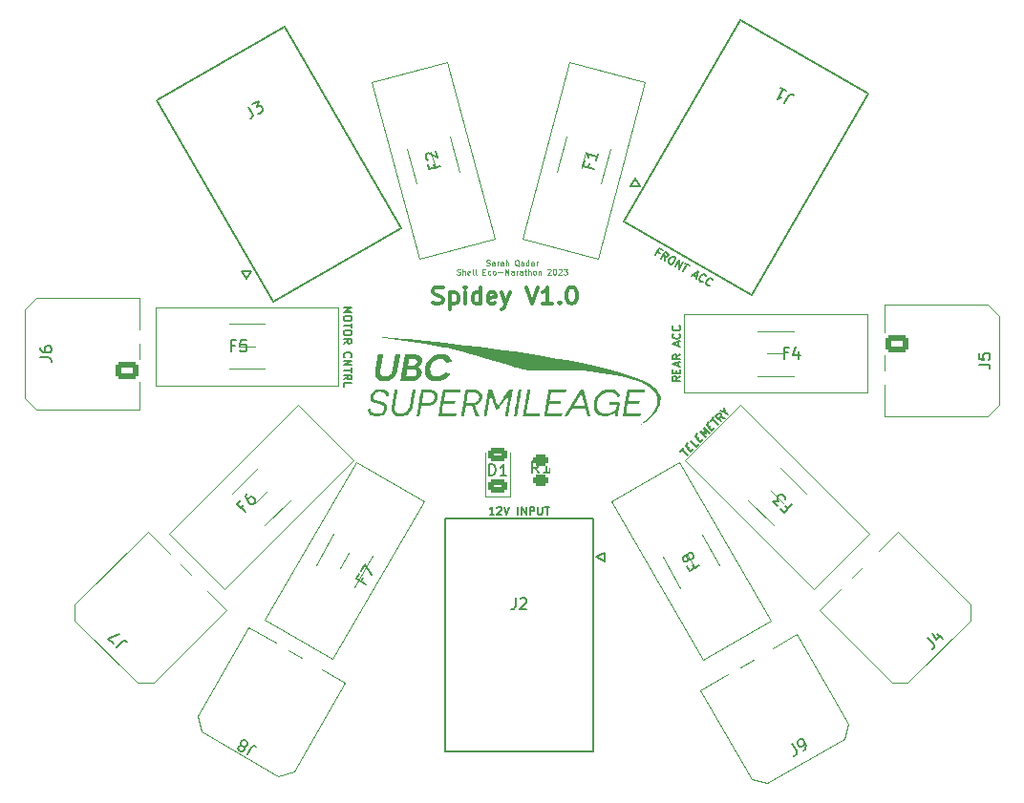
<source format=gto>
G04 #@! TF.GenerationSoftware,KiCad,Pcbnew,(6.0.8-1)-1*
G04 #@! TF.CreationDate,2023-03-06T15:36:04-08:00*
G04 #@! TF.ProjectId,urban battery - power_distribution,75726261-6e20-4626-9174-74657279202d,rev?*
G04 #@! TF.SameCoordinates,Original*
G04 #@! TF.FileFunction,Legend,Top*
G04 #@! TF.FilePolarity,Positive*
%FSLAX46Y46*%
G04 Gerber Fmt 4.6, Leading zero omitted, Abs format (unit mm)*
G04 Created by KiCad (PCBNEW (6.0.8-1)-1) date 2023-03-06 15:36:04*
%MOMM*%
%LPD*%
G01*
G04 APERTURE LIST*
G04 Aperture macros list*
%AMRoundRect*
0 Rectangle with rounded corners*
0 $1 Rounding radius*
0 $2 $3 $4 $5 $6 $7 $8 $9 X,Y pos of 4 corners*
0 Add a 4 corners polygon primitive as box body*
4,1,4,$2,$3,$4,$5,$6,$7,$8,$9,$2,$3,0*
0 Add four circle primitives for the rounded corners*
1,1,$1+$1,$2,$3*
1,1,$1+$1,$4,$5*
1,1,$1+$1,$6,$7*
1,1,$1+$1,$8,$9*
0 Add four rect primitives between the rounded corners*
20,1,$1+$1,$2,$3,$4,$5,0*
20,1,$1+$1,$4,$5,$6,$7,0*
20,1,$1+$1,$6,$7,$8,$9,0*
20,1,$1+$1,$8,$9,$2,$3,0*%
%AMHorizOval*
0 Thick line with rounded ends*
0 $1 width*
0 $2 $3 position (X,Y) of the first rounded end (center of the circle)*
0 $4 $5 position (X,Y) of the second rounded end (center of the circle)*
0 Add line between two ends*
20,1,$1,$2,$3,$4,$5,0*
0 Add two circle primitives to create the rounded ends*
1,1,$1,$2,$3*
1,1,$1,$4,$5*%
G04 Aperture macros list end*
%ADD10C,0.150000*%
%ADD11C,0.300000*%
%ADD12C,0.100000*%
%ADD13C,0.120000*%
%ADD14C,0.127000*%
%ADD15C,1.626200*%
%ADD16C,1.226200*%
%ADD17C,0.010000*%
%ADD18C,3.000000*%
%ADD19RoundRect,0.250001X0.813011X0.408179X-0.053012X0.908178X-0.813011X-0.408179X0.053012X-0.908178X0*%
%ADD20HorizOval,1.500000X0.130000X0.225167X-0.130000X-0.225167X0*%
%ADD21RoundRect,0.250001X0.759999X-0.499999X0.759999X0.499999X-0.759999X0.499999X-0.759999X-0.499999X0*%
%ADD22O,2.020000X1.500000*%
%ADD23C,3.200000*%
%ADD24RoundRect,0.250000X0.625000X-0.375000X0.625000X0.375000X-0.625000X0.375000X-0.625000X-0.375000X0*%
%ADD25C,2.780000*%
%ADD26C,3.100000*%
%ADD27RoundRect,0.250001X0.890953X0.183848X0.183848X0.890953X-0.890953X-0.183848X-0.183848X-0.890953X0*%
%ADD28HorizOval,1.500000X0.183848X0.183848X-0.183848X-0.183848X0*%
%ADD29RoundRect,0.250001X-0.759999X0.499999X-0.759999X-0.499999X0.759999X-0.499999X0.759999X0.499999X0*%
%ADD30RoundRect,0.250001X0.053012X0.908178X-0.813011X0.408179X-0.053012X-0.908178X0.813011X-0.408179X0*%
%ADD31HorizOval,1.500000X-0.130000X0.225167X0.130000X-0.225167X0*%
%ADD32RoundRect,0.250001X-0.183848X0.890953X-0.890953X0.183848X0.183848X-0.890953X0.890953X-0.183848X0*%
%ADD33HorizOval,1.500000X-0.183848X0.183848X0.183848X-0.183848X0*%
%ADD34RoundRect,0.250000X0.450000X-0.262500X0.450000X0.262500X-0.450000X0.262500X-0.450000X-0.262500X0*%
G04 APERTURE END LIST*
D10*
X129290502Y-113633365D02*
X129088430Y-113516698D01*
X128905096Y-113834241D02*
X129255096Y-113228023D01*
X129543771Y-113394690D01*
X129771122Y-114334241D02*
X129735716Y-113928899D01*
X129424712Y-114134241D02*
X129774712Y-113528023D01*
X130005652Y-113661356D01*
X130046720Y-113723557D01*
X130058921Y-113769091D01*
X130054455Y-113843493D01*
X130004455Y-113930096D01*
X129942254Y-113971164D01*
X129896720Y-113983365D01*
X129822318Y-113978899D01*
X129591378Y-113845566D01*
X130496399Y-113944690D02*
X130611869Y-114011356D01*
X130652938Y-114073557D01*
X130677339Y-114164626D01*
X130639540Y-114296762D01*
X130522874Y-114498835D01*
X130427339Y-114597638D01*
X130336271Y-114622040D01*
X130261869Y-114617574D01*
X130146399Y-114550908D01*
X130105331Y-114488707D01*
X130080929Y-114397638D01*
X130118728Y-114265502D01*
X130235395Y-114063429D01*
X130330929Y-113964626D01*
X130421998Y-113940224D01*
X130496399Y-113944690D01*
X130666015Y-114850908D02*
X131016015Y-114244690D01*
X131012425Y-115050908D01*
X131362425Y-114444690D01*
X131564497Y-114561356D02*
X131910908Y-114761356D01*
X131387702Y-115267574D02*
X131737702Y-114661356D01*
X132295993Y-115561036D02*
X132584668Y-115727702D01*
X132138258Y-115700908D02*
X132690330Y-115211356D01*
X132542403Y-115934241D01*
X133124219Y-116193173D02*
X133078685Y-116205373D01*
X132975416Y-116184241D01*
X132917681Y-116150908D01*
X132847745Y-116072040D01*
X132823343Y-115980972D01*
X132827809Y-115906570D01*
X132865608Y-115774433D01*
X132915608Y-115687831D01*
X133011142Y-115589027D01*
X133073343Y-115547959D01*
X133164411Y-115523557D01*
X133267681Y-115544690D01*
X133325416Y-115578023D01*
X133395352Y-115656891D01*
X133407552Y-115702425D01*
X133730437Y-116543173D02*
X133684903Y-116555373D01*
X133581633Y-116534241D01*
X133523898Y-116500908D01*
X133453963Y-116422040D01*
X133429561Y-116330972D01*
X133434027Y-116256570D01*
X133471826Y-116124433D01*
X133521826Y-116037831D01*
X133617360Y-115939027D01*
X133679561Y-115897959D01*
X133770629Y-115873557D01*
X133873898Y-115894690D01*
X133931633Y-115928023D01*
X134001569Y-116006891D01*
X134013770Y-116052425D01*
D11*
X109212857Y-118082142D02*
X109427142Y-118153571D01*
X109784285Y-118153571D01*
X109927142Y-118082142D01*
X109998571Y-118010714D01*
X110070000Y-117867857D01*
X110070000Y-117725000D01*
X109998571Y-117582142D01*
X109927142Y-117510714D01*
X109784285Y-117439285D01*
X109498571Y-117367857D01*
X109355714Y-117296428D01*
X109284285Y-117225000D01*
X109212857Y-117082142D01*
X109212857Y-116939285D01*
X109284285Y-116796428D01*
X109355714Y-116725000D01*
X109498571Y-116653571D01*
X109855714Y-116653571D01*
X110070000Y-116725000D01*
X110712857Y-117153571D02*
X110712857Y-118653571D01*
X110712857Y-117225000D02*
X110855714Y-117153571D01*
X111141428Y-117153571D01*
X111284285Y-117225000D01*
X111355714Y-117296428D01*
X111427142Y-117439285D01*
X111427142Y-117867857D01*
X111355714Y-118010714D01*
X111284285Y-118082142D01*
X111141428Y-118153571D01*
X110855714Y-118153571D01*
X110712857Y-118082142D01*
X112070000Y-118153571D02*
X112070000Y-117153571D01*
X112070000Y-116653571D02*
X111998571Y-116725000D01*
X112070000Y-116796428D01*
X112141428Y-116725000D01*
X112070000Y-116653571D01*
X112070000Y-116796428D01*
X113427142Y-118153571D02*
X113427142Y-116653571D01*
X113427142Y-118082142D02*
X113284285Y-118153571D01*
X112998571Y-118153571D01*
X112855714Y-118082142D01*
X112784285Y-118010714D01*
X112712857Y-117867857D01*
X112712857Y-117439285D01*
X112784285Y-117296428D01*
X112855714Y-117225000D01*
X112998571Y-117153571D01*
X113284285Y-117153571D01*
X113427142Y-117225000D01*
X114712857Y-118082142D02*
X114570000Y-118153571D01*
X114284285Y-118153571D01*
X114141428Y-118082142D01*
X114070000Y-117939285D01*
X114070000Y-117367857D01*
X114141428Y-117225000D01*
X114284285Y-117153571D01*
X114570000Y-117153571D01*
X114712857Y-117225000D01*
X114784285Y-117367857D01*
X114784285Y-117510714D01*
X114070000Y-117653571D01*
X115284285Y-117153571D02*
X115641428Y-118153571D01*
X115998571Y-117153571D02*
X115641428Y-118153571D01*
X115498571Y-118510714D01*
X115427142Y-118582142D01*
X115284285Y-118653571D01*
X117498571Y-116653571D02*
X117998571Y-118153571D01*
X118498571Y-116653571D01*
X119784285Y-118153571D02*
X118927142Y-118153571D01*
X119355714Y-118153571D02*
X119355714Y-116653571D01*
X119212857Y-116867857D01*
X119070000Y-117010714D01*
X118927142Y-117082142D01*
X120427142Y-118010714D02*
X120498571Y-118082142D01*
X120427142Y-118153571D01*
X120355714Y-118082142D01*
X120427142Y-118010714D01*
X120427142Y-118153571D01*
X121427142Y-116653571D02*
X121570000Y-116653571D01*
X121712857Y-116725000D01*
X121784285Y-116796428D01*
X121855714Y-116939285D01*
X121927142Y-117225000D01*
X121927142Y-117582142D01*
X121855714Y-117867857D01*
X121784285Y-118010714D01*
X121712857Y-118082142D01*
X121570000Y-118153571D01*
X121427142Y-118153571D01*
X121284285Y-118082142D01*
X121212857Y-118010714D01*
X121141428Y-117867857D01*
X121070000Y-117582142D01*
X121070000Y-117225000D01*
X121141428Y-116939285D01*
X121212857Y-116796428D01*
X121284285Y-116725000D01*
X121427142Y-116653571D01*
D12*
X113943095Y-114734880D02*
X114014523Y-114758690D01*
X114133571Y-114758690D01*
X114181190Y-114734880D01*
X114205000Y-114711071D01*
X114228809Y-114663452D01*
X114228809Y-114615833D01*
X114205000Y-114568214D01*
X114181190Y-114544404D01*
X114133571Y-114520595D01*
X114038333Y-114496785D01*
X113990714Y-114472976D01*
X113966904Y-114449166D01*
X113943095Y-114401547D01*
X113943095Y-114353928D01*
X113966904Y-114306309D01*
X113990714Y-114282500D01*
X114038333Y-114258690D01*
X114157380Y-114258690D01*
X114228809Y-114282500D01*
X114657380Y-114758690D02*
X114657380Y-114496785D01*
X114633571Y-114449166D01*
X114585952Y-114425357D01*
X114490714Y-114425357D01*
X114443095Y-114449166D01*
X114657380Y-114734880D02*
X114609761Y-114758690D01*
X114490714Y-114758690D01*
X114443095Y-114734880D01*
X114419285Y-114687261D01*
X114419285Y-114639642D01*
X114443095Y-114592023D01*
X114490714Y-114568214D01*
X114609761Y-114568214D01*
X114657380Y-114544404D01*
X114895476Y-114758690D02*
X114895476Y-114425357D01*
X114895476Y-114520595D02*
X114919285Y-114472976D01*
X114943095Y-114449166D01*
X114990714Y-114425357D01*
X115038333Y-114425357D01*
X115419285Y-114758690D02*
X115419285Y-114496785D01*
X115395476Y-114449166D01*
X115347857Y-114425357D01*
X115252619Y-114425357D01*
X115205000Y-114449166D01*
X115419285Y-114734880D02*
X115371666Y-114758690D01*
X115252619Y-114758690D01*
X115205000Y-114734880D01*
X115181190Y-114687261D01*
X115181190Y-114639642D01*
X115205000Y-114592023D01*
X115252619Y-114568214D01*
X115371666Y-114568214D01*
X115419285Y-114544404D01*
X115657380Y-114758690D02*
X115657380Y-114258690D01*
X115871666Y-114758690D02*
X115871666Y-114496785D01*
X115847857Y-114449166D01*
X115800238Y-114425357D01*
X115728809Y-114425357D01*
X115681190Y-114449166D01*
X115657380Y-114472976D01*
X116824047Y-114806309D02*
X116776428Y-114782500D01*
X116728809Y-114734880D01*
X116657380Y-114663452D01*
X116609761Y-114639642D01*
X116562142Y-114639642D01*
X116585952Y-114758690D02*
X116538333Y-114734880D01*
X116490714Y-114687261D01*
X116466904Y-114592023D01*
X116466904Y-114425357D01*
X116490714Y-114330119D01*
X116538333Y-114282500D01*
X116585952Y-114258690D01*
X116681190Y-114258690D01*
X116728809Y-114282500D01*
X116776428Y-114330119D01*
X116800238Y-114425357D01*
X116800238Y-114592023D01*
X116776428Y-114687261D01*
X116728809Y-114734880D01*
X116681190Y-114758690D01*
X116585952Y-114758690D01*
X117228809Y-114758690D02*
X117228809Y-114496785D01*
X117205000Y-114449166D01*
X117157380Y-114425357D01*
X117062142Y-114425357D01*
X117014523Y-114449166D01*
X117228809Y-114734880D02*
X117181190Y-114758690D01*
X117062142Y-114758690D01*
X117014523Y-114734880D01*
X116990714Y-114687261D01*
X116990714Y-114639642D01*
X117014523Y-114592023D01*
X117062142Y-114568214D01*
X117181190Y-114568214D01*
X117228809Y-114544404D01*
X117681190Y-114758690D02*
X117681190Y-114258690D01*
X117681190Y-114734880D02*
X117633571Y-114758690D01*
X117538333Y-114758690D01*
X117490714Y-114734880D01*
X117466904Y-114711071D01*
X117443095Y-114663452D01*
X117443095Y-114520595D01*
X117466904Y-114472976D01*
X117490714Y-114449166D01*
X117538333Y-114425357D01*
X117633571Y-114425357D01*
X117681190Y-114449166D01*
X118133571Y-114758690D02*
X118133571Y-114496785D01*
X118109761Y-114449166D01*
X118062142Y-114425357D01*
X117966904Y-114425357D01*
X117919285Y-114449166D01*
X118133571Y-114734880D02*
X118085952Y-114758690D01*
X117966904Y-114758690D01*
X117919285Y-114734880D01*
X117895476Y-114687261D01*
X117895476Y-114639642D01*
X117919285Y-114592023D01*
X117966904Y-114568214D01*
X118085952Y-114568214D01*
X118133571Y-114544404D01*
X118371666Y-114758690D02*
X118371666Y-114425357D01*
X118371666Y-114520595D02*
X118395476Y-114472976D01*
X118419285Y-114449166D01*
X118466904Y-114425357D01*
X118514523Y-114425357D01*
X111335952Y-115539880D02*
X111407380Y-115563690D01*
X111526428Y-115563690D01*
X111574047Y-115539880D01*
X111597857Y-115516071D01*
X111621666Y-115468452D01*
X111621666Y-115420833D01*
X111597857Y-115373214D01*
X111574047Y-115349404D01*
X111526428Y-115325595D01*
X111431190Y-115301785D01*
X111383571Y-115277976D01*
X111359761Y-115254166D01*
X111335952Y-115206547D01*
X111335952Y-115158928D01*
X111359761Y-115111309D01*
X111383571Y-115087500D01*
X111431190Y-115063690D01*
X111550238Y-115063690D01*
X111621666Y-115087500D01*
X111835952Y-115563690D02*
X111835952Y-115063690D01*
X112050238Y-115563690D02*
X112050238Y-115301785D01*
X112026428Y-115254166D01*
X111978809Y-115230357D01*
X111907380Y-115230357D01*
X111859761Y-115254166D01*
X111835952Y-115277976D01*
X112478809Y-115539880D02*
X112431190Y-115563690D01*
X112335952Y-115563690D01*
X112288333Y-115539880D01*
X112264523Y-115492261D01*
X112264523Y-115301785D01*
X112288333Y-115254166D01*
X112335952Y-115230357D01*
X112431190Y-115230357D01*
X112478809Y-115254166D01*
X112502619Y-115301785D01*
X112502619Y-115349404D01*
X112264523Y-115397023D01*
X112788333Y-115563690D02*
X112740714Y-115539880D01*
X112716904Y-115492261D01*
X112716904Y-115063690D01*
X113050238Y-115563690D02*
X113002619Y-115539880D01*
X112978809Y-115492261D01*
X112978809Y-115063690D01*
X113621666Y-115301785D02*
X113788333Y-115301785D01*
X113859761Y-115563690D02*
X113621666Y-115563690D01*
X113621666Y-115063690D01*
X113859761Y-115063690D01*
X114288333Y-115539880D02*
X114240714Y-115563690D01*
X114145476Y-115563690D01*
X114097857Y-115539880D01*
X114074047Y-115516071D01*
X114050238Y-115468452D01*
X114050238Y-115325595D01*
X114074047Y-115277976D01*
X114097857Y-115254166D01*
X114145476Y-115230357D01*
X114240714Y-115230357D01*
X114288333Y-115254166D01*
X114574047Y-115563690D02*
X114526428Y-115539880D01*
X114502619Y-115516071D01*
X114478809Y-115468452D01*
X114478809Y-115325595D01*
X114502619Y-115277976D01*
X114526428Y-115254166D01*
X114574047Y-115230357D01*
X114645476Y-115230357D01*
X114693095Y-115254166D01*
X114716904Y-115277976D01*
X114740714Y-115325595D01*
X114740714Y-115468452D01*
X114716904Y-115516071D01*
X114693095Y-115539880D01*
X114645476Y-115563690D01*
X114574047Y-115563690D01*
X114955000Y-115373214D02*
X115335952Y-115373214D01*
X115574047Y-115563690D02*
X115574047Y-115063690D01*
X115740714Y-115420833D01*
X115907380Y-115063690D01*
X115907380Y-115563690D01*
X116359761Y-115563690D02*
X116359761Y-115301785D01*
X116335952Y-115254166D01*
X116288333Y-115230357D01*
X116193095Y-115230357D01*
X116145476Y-115254166D01*
X116359761Y-115539880D02*
X116312142Y-115563690D01*
X116193095Y-115563690D01*
X116145476Y-115539880D01*
X116121666Y-115492261D01*
X116121666Y-115444642D01*
X116145476Y-115397023D01*
X116193095Y-115373214D01*
X116312142Y-115373214D01*
X116359761Y-115349404D01*
X116597857Y-115563690D02*
X116597857Y-115230357D01*
X116597857Y-115325595D02*
X116621666Y-115277976D01*
X116645476Y-115254166D01*
X116693095Y-115230357D01*
X116740714Y-115230357D01*
X117121666Y-115563690D02*
X117121666Y-115301785D01*
X117097857Y-115254166D01*
X117050238Y-115230357D01*
X116955000Y-115230357D01*
X116907380Y-115254166D01*
X117121666Y-115539880D02*
X117074047Y-115563690D01*
X116955000Y-115563690D01*
X116907380Y-115539880D01*
X116883571Y-115492261D01*
X116883571Y-115444642D01*
X116907380Y-115397023D01*
X116955000Y-115373214D01*
X117074047Y-115373214D01*
X117121666Y-115349404D01*
X117288333Y-115230357D02*
X117478809Y-115230357D01*
X117359761Y-115063690D02*
X117359761Y-115492261D01*
X117383571Y-115539880D01*
X117431190Y-115563690D01*
X117478809Y-115563690D01*
X117645476Y-115563690D02*
X117645476Y-115063690D01*
X117859761Y-115563690D02*
X117859761Y-115301785D01*
X117835952Y-115254166D01*
X117788333Y-115230357D01*
X117716904Y-115230357D01*
X117669285Y-115254166D01*
X117645476Y-115277976D01*
X118169285Y-115563690D02*
X118121666Y-115539880D01*
X118097857Y-115516071D01*
X118074047Y-115468452D01*
X118074047Y-115325595D01*
X118097857Y-115277976D01*
X118121666Y-115254166D01*
X118169285Y-115230357D01*
X118240714Y-115230357D01*
X118288333Y-115254166D01*
X118312142Y-115277976D01*
X118335952Y-115325595D01*
X118335952Y-115468452D01*
X118312142Y-115516071D01*
X118288333Y-115539880D01*
X118240714Y-115563690D01*
X118169285Y-115563690D01*
X118550238Y-115230357D02*
X118550238Y-115563690D01*
X118550238Y-115277976D02*
X118574047Y-115254166D01*
X118621666Y-115230357D01*
X118693095Y-115230357D01*
X118740714Y-115254166D01*
X118764523Y-115301785D01*
X118764523Y-115563690D01*
X119359761Y-115111309D02*
X119383571Y-115087500D01*
X119431190Y-115063690D01*
X119550238Y-115063690D01*
X119597857Y-115087500D01*
X119621666Y-115111309D01*
X119645476Y-115158928D01*
X119645476Y-115206547D01*
X119621666Y-115277976D01*
X119335952Y-115563690D01*
X119645476Y-115563690D01*
X119955000Y-115063690D02*
X120002619Y-115063690D01*
X120050238Y-115087500D01*
X120074047Y-115111309D01*
X120097857Y-115158928D01*
X120121666Y-115254166D01*
X120121666Y-115373214D01*
X120097857Y-115468452D01*
X120074047Y-115516071D01*
X120050238Y-115539880D01*
X120002619Y-115563690D01*
X119955000Y-115563690D01*
X119907380Y-115539880D01*
X119883571Y-115516071D01*
X119859761Y-115468452D01*
X119835952Y-115373214D01*
X119835952Y-115254166D01*
X119859761Y-115158928D01*
X119883571Y-115111309D01*
X119907380Y-115087500D01*
X119955000Y-115063690D01*
X120312142Y-115111309D02*
X120335952Y-115087500D01*
X120383571Y-115063690D01*
X120502619Y-115063690D01*
X120550238Y-115087500D01*
X120574047Y-115111309D01*
X120597857Y-115158928D01*
X120597857Y-115206547D01*
X120574047Y-115277976D01*
X120288333Y-115563690D01*
X120597857Y-115563690D01*
X120764523Y-115063690D02*
X121074047Y-115063690D01*
X120907380Y-115254166D01*
X120978809Y-115254166D01*
X121026428Y-115277976D01*
X121050238Y-115301785D01*
X121074047Y-115349404D01*
X121074047Y-115468452D01*
X121050238Y-115516071D01*
X121026428Y-115539880D01*
X120978809Y-115563690D01*
X120835952Y-115563690D01*
X120788333Y-115539880D01*
X120764523Y-115516071D01*
D10*
X101283333Y-118453333D02*
X101983333Y-118453333D01*
X101483333Y-118686666D01*
X101983333Y-118920000D01*
X101283333Y-118920000D01*
X101983333Y-119386666D02*
X101983333Y-119520000D01*
X101950000Y-119586666D01*
X101883333Y-119653333D01*
X101750000Y-119686666D01*
X101516666Y-119686666D01*
X101383333Y-119653333D01*
X101316666Y-119586666D01*
X101283333Y-119520000D01*
X101283333Y-119386666D01*
X101316666Y-119320000D01*
X101383333Y-119253333D01*
X101516666Y-119220000D01*
X101750000Y-119220000D01*
X101883333Y-119253333D01*
X101950000Y-119320000D01*
X101983333Y-119386666D01*
X101983333Y-119886666D02*
X101983333Y-120286666D01*
X101283333Y-120086666D02*
X101983333Y-120086666D01*
X101983333Y-120653333D02*
X101983333Y-120786666D01*
X101950000Y-120853333D01*
X101883333Y-120920000D01*
X101750000Y-120953333D01*
X101516666Y-120953333D01*
X101383333Y-120920000D01*
X101316666Y-120853333D01*
X101283333Y-120786666D01*
X101283333Y-120653333D01*
X101316666Y-120586666D01*
X101383333Y-120520000D01*
X101516666Y-120486666D01*
X101750000Y-120486666D01*
X101883333Y-120520000D01*
X101950000Y-120586666D01*
X101983333Y-120653333D01*
X101283333Y-121653333D02*
X101616666Y-121420000D01*
X101283333Y-121253333D02*
X101983333Y-121253333D01*
X101983333Y-121520000D01*
X101950000Y-121586666D01*
X101916666Y-121620000D01*
X101850000Y-121653333D01*
X101750000Y-121653333D01*
X101683333Y-121620000D01*
X101650000Y-121586666D01*
X101616666Y-121520000D01*
X101616666Y-121253333D01*
X101350000Y-122886666D02*
X101316666Y-122853333D01*
X101283333Y-122753333D01*
X101283333Y-122686666D01*
X101316666Y-122586666D01*
X101383333Y-122520000D01*
X101450000Y-122486666D01*
X101583333Y-122453333D01*
X101683333Y-122453333D01*
X101816666Y-122486666D01*
X101883333Y-122520000D01*
X101950000Y-122586666D01*
X101983333Y-122686666D01*
X101983333Y-122753333D01*
X101950000Y-122853333D01*
X101916666Y-122886666D01*
X101283333Y-123186666D02*
X101983333Y-123186666D01*
X101283333Y-123586666D01*
X101983333Y-123586666D01*
X101983333Y-123820000D02*
X101983333Y-124220000D01*
X101283333Y-124020000D02*
X101983333Y-124020000D01*
X101283333Y-124853333D02*
X101616666Y-124620000D01*
X101283333Y-124453333D02*
X101983333Y-124453333D01*
X101983333Y-124720000D01*
X101950000Y-124786666D01*
X101916666Y-124820000D01*
X101850000Y-124853333D01*
X101750000Y-124853333D01*
X101683333Y-124820000D01*
X101650000Y-124786666D01*
X101616666Y-124720000D01*
X101616666Y-124453333D01*
X101283333Y-125486666D02*
X101283333Y-125153333D01*
X101983333Y-125153333D01*
X114623333Y-136841666D02*
X114223333Y-136841666D01*
X114423333Y-136841666D02*
X114423333Y-136141666D01*
X114356666Y-136241666D01*
X114290000Y-136308333D01*
X114223333Y-136341666D01*
X114890000Y-136208333D02*
X114923333Y-136175000D01*
X114990000Y-136141666D01*
X115156666Y-136141666D01*
X115223333Y-136175000D01*
X115256666Y-136208333D01*
X115290000Y-136275000D01*
X115290000Y-136341666D01*
X115256666Y-136441666D01*
X114856666Y-136841666D01*
X115290000Y-136841666D01*
X115490000Y-136141666D02*
X115723333Y-136841666D01*
X115956666Y-136141666D01*
X116723333Y-136841666D02*
X116723333Y-136141666D01*
X117056666Y-136841666D02*
X117056666Y-136141666D01*
X117456666Y-136841666D01*
X117456666Y-136141666D01*
X117790000Y-136841666D02*
X117790000Y-136141666D01*
X118056666Y-136141666D01*
X118123333Y-136175000D01*
X118156666Y-136208333D01*
X118190000Y-136275000D01*
X118190000Y-136375000D01*
X118156666Y-136441666D01*
X118123333Y-136475000D01*
X118056666Y-136508333D01*
X117790000Y-136508333D01*
X118490000Y-136141666D02*
X118490000Y-136708333D01*
X118523333Y-136775000D01*
X118556666Y-136808333D01*
X118623333Y-136841666D01*
X118756666Y-136841666D01*
X118823333Y-136808333D01*
X118856666Y-136775000D01*
X118890000Y-136708333D01*
X118890000Y-136141666D01*
X119123333Y-136141666D02*
X119523333Y-136141666D01*
X119323333Y-136841666D02*
X119323333Y-136141666D01*
X131134398Y-131213486D02*
X131417241Y-130930643D01*
X131770794Y-131567039D02*
X131275820Y-131072064D01*
X131817935Y-131001354D02*
X131982926Y-130836362D01*
X132312910Y-131024924D02*
X132077207Y-131260626D01*
X131582233Y-130765651D01*
X131817935Y-130529949D01*
X132760744Y-130577089D02*
X132525042Y-130812792D01*
X132030067Y-130317817D01*
X132666463Y-130152825D02*
X132831455Y-129987834D01*
X133161438Y-130176396D02*
X132925735Y-130412098D01*
X132430761Y-129917123D01*
X132666463Y-129681421D01*
X133373570Y-129964264D02*
X132878595Y-129469289D01*
X133397140Y-129657851D01*
X133208578Y-129139306D01*
X133703553Y-129634280D01*
X133679983Y-129139306D02*
X133844974Y-128974314D01*
X134174957Y-129162876D02*
X133939255Y-129398578D01*
X133444280Y-128903603D01*
X133679983Y-128667901D01*
X133821404Y-128526480D02*
X134104247Y-128243637D01*
X134457800Y-128880033D02*
X133962825Y-128385058D01*
X135047056Y-128290778D02*
X134646362Y-128220067D01*
X134764213Y-128573620D02*
X134269238Y-128078645D01*
X134457800Y-127890084D01*
X134528511Y-127866513D01*
X134575651Y-127866513D01*
X134646362Y-127890084D01*
X134717073Y-127960794D01*
X134740643Y-128031505D01*
X134740643Y-128078645D01*
X134717073Y-128149356D01*
X134528511Y-128337918D01*
X135117766Y-127748662D02*
X135353469Y-127984365D01*
X134693502Y-127654381D02*
X135117766Y-127748662D01*
X135023486Y-127324398D01*
X92724865Y-158120918D02*
X93082008Y-157502329D01*
X93194676Y-157402420D01*
X93324774Y-157367561D01*
X93472301Y-157397750D01*
X93554780Y-157445369D01*
X92403040Y-157440241D02*
X92461709Y-157529099D01*
X92479139Y-157594148D01*
X92472759Y-157700436D01*
X92448949Y-157741675D01*
X92360091Y-157800344D01*
X92295042Y-157817774D01*
X92188754Y-157811394D01*
X92023797Y-157716156D01*
X91965128Y-157627298D01*
X91947698Y-157562249D01*
X91954078Y-157455961D01*
X91977887Y-157414722D01*
X92066746Y-157356053D01*
X92131795Y-157338623D01*
X92238083Y-157345003D01*
X92403040Y-157440241D01*
X92509328Y-157446620D01*
X92574377Y-157429191D01*
X92663235Y-157370521D01*
X92758473Y-157205564D01*
X92764853Y-157099276D01*
X92747423Y-157034227D01*
X92688754Y-156945369D01*
X92523797Y-156850131D01*
X92417509Y-156843751D01*
X92352460Y-156861181D01*
X92263602Y-156919850D01*
X92168364Y-157084807D01*
X92161984Y-157191095D01*
X92179414Y-157256144D01*
X92238083Y-157345003D01*
X74382380Y-122888333D02*
X75096666Y-122888333D01*
X75239523Y-122935952D01*
X75334761Y-123031190D01*
X75382380Y-123174047D01*
X75382380Y-123269285D01*
X74382380Y-121983571D02*
X74382380Y-122174047D01*
X74430000Y-122269285D01*
X74477619Y-122316904D01*
X74620476Y-122412142D01*
X74810952Y-122459761D01*
X75191904Y-122459761D01*
X75287142Y-122412142D01*
X75334761Y-122364523D01*
X75382380Y-122269285D01*
X75382380Y-122078809D01*
X75334761Y-121983571D01*
X75287142Y-121935952D01*
X75191904Y-121888333D01*
X74953809Y-121888333D01*
X74858571Y-121935952D01*
X74810952Y-121983571D01*
X74763333Y-122078809D01*
X74763333Y-122269285D01*
X74810952Y-122364523D01*
X74858571Y-122412142D01*
X74953809Y-122459761D01*
X104648095Y-117927380D02*
X104648095Y-116927380D01*
X104648095Y-117403571D02*
X105219523Y-117403571D01*
X105219523Y-117927380D02*
X105219523Y-116927380D01*
X106219523Y-117927380D02*
X105648095Y-117927380D01*
X105933809Y-117927380D02*
X105933809Y-116927380D01*
X105838571Y-117070238D01*
X105743333Y-117165476D01*
X105648095Y-117213095D01*
X114196904Y-133364880D02*
X114196904Y-132364880D01*
X114435000Y-132364880D01*
X114577857Y-132412500D01*
X114673095Y-132507738D01*
X114720714Y-132602976D01*
X114768333Y-132793452D01*
X114768333Y-132936309D01*
X114720714Y-133126785D01*
X114673095Y-133222023D01*
X114577857Y-133317261D01*
X114435000Y-133364880D01*
X114196904Y-133364880D01*
X115720714Y-133364880D02*
X115149285Y-133364880D01*
X115435000Y-133364880D02*
X115435000Y-132364880D01*
X115339761Y-132507738D01*
X115244523Y-132602976D01*
X115149285Y-132650595D01*
X132184807Y-141294389D02*
X132351474Y-141583064D01*
X132805106Y-141321159D02*
X131939081Y-141821159D01*
X131700986Y-141408766D01*
X131810235Y-140740848D02*
X131816614Y-140847136D01*
X131799185Y-140912185D01*
X131740515Y-141001043D01*
X131699276Y-141024853D01*
X131592988Y-141031233D01*
X131527939Y-141013803D01*
X131439081Y-140955134D01*
X131343843Y-140790177D01*
X131337463Y-140683889D01*
X131354893Y-140618840D01*
X131413562Y-140529981D01*
X131454801Y-140506172D01*
X131561089Y-140499792D01*
X131626138Y-140517222D01*
X131714996Y-140575891D01*
X131810235Y-140740848D01*
X131899093Y-140799517D01*
X131964142Y-140816947D01*
X132070430Y-140810567D01*
X132235387Y-140715329D01*
X132294056Y-140626471D01*
X132311486Y-140561422D01*
X132305106Y-140455134D01*
X132209868Y-140290177D01*
X132121010Y-140231508D01*
X132055961Y-140214078D01*
X131949673Y-140220458D01*
X131784716Y-140315696D01*
X131726047Y-140404554D01*
X131708617Y-140469603D01*
X131714996Y-140575891D01*
X125603095Y-117927380D02*
X125603095Y-116927380D01*
X125603095Y-117403571D02*
X126174523Y-117403571D01*
X126174523Y-117927380D02*
X126174523Y-116927380D01*
X126603095Y-117022619D02*
X126650714Y-116975000D01*
X126745952Y-116927380D01*
X126984047Y-116927380D01*
X127079285Y-116975000D01*
X127126904Y-117022619D01*
X127174523Y-117117857D01*
X127174523Y-117213095D01*
X127126904Y-117355952D01*
X126555476Y-117927380D01*
X127174523Y-117927380D01*
X92860018Y-100657414D02*
X93217161Y-101276004D01*
X93247350Y-101423531D01*
X93212490Y-101553629D01*
X93112582Y-101666297D01*
X93030103Y-101713916D01*
X93189932Y-100466938D02*
X93726043Y-100157414D01*
X93627844Y-100653995D01*
X93751562Y-100582567D01*
X93857850Y-100576187D01*
X93922899Y-100593617D01*
X94011758Y-100652286D01*
X94130805Y-100858482D01*
X94137185Y-100964770D01*
X94119755Y-101029819D01*
X94061086Y-101118678D01*
X93813650Y-101261535D01*
X93707362Y-101267915D01*
X93642313Y-101250485D01*
X81128477Y-148577927D02*
X81633553Y-148072851D01*
X81768240Y-148005507D01*
X81902927Y-148005507D01*
X82037614Y-148072851D01*
X82104957Y-148140194D01*
X80859103Y-148308553D02*
X80387698Y-147837148D01*
X81397851Y-147433087D01*
X116506666Y-144232380D02*
X116506666Y-144946666D01*
X116459047Y-145089523D01*
X116363809Y-145184761D01*
X116220952Y-145232380D01*
X116125714Y-145232380D01*
X116935238Y-144327619D02*
X116982857Y-144280000D01*
X117078095Y-144232380D01*
X117316190Y-144232380D01*
X117411428Y-144280000D01*
X117459047Y-144327619D01*
X117506666Y-144422857D01*
X117506666Y-144518095D01*
X117459047Y-144660952D01*
X116887619Y-145232380D01*
X117506666Y-145232380D01*
X109237278Y-105750461D02*
X109323551Y-106072436D01*
X109829512Y-105936864D02*
X108863586Y-106195683D01*
X108740339Y-105735719D01*
X108746059Y-105389094D02*
X108687738Y-105355422D01*
X108617092Y-105275754D01*
X108555468Y-105045772D01*
X108576815Y-104941454D01*
X108610487Y-104883133D01*
X108690155Y-104812487D01*
X108782148Y-104787837D01*
X108932462Y-104796860D01*
X109632317Y-105200921D01*
X109472095Y-104602967D01*
X140415524Y-136071539D02*
X140651226Y-136307242D01*
X141021616Y-135936852D02*
X140314509Y-136643959D01*
X139977791Y-136307242D01*
X139775761Y-136105211D02*
X139338028Y-135667478D01*
X139843104Y-135633807D01*
X139742089Y-135532791D01*
X139708417Y-135431776D01*
X139708417Y-135364433D01*
X139742089Y-135263417D01*
X139910448Y-135095059D01*
X140011463Y-135061387D01*
X140078807Y-135061387D01*
X140179822Y-135095059D01*
X140381852Y-135297089D01*
X140415524Y-135398104D01*
X140415524Y-135465448D01*
X123034731Y-105713488D02*
X122948458Y-106035463D01*
X123454419Y-106171035D02*
X122488493Y-105912216D01*
X122611740Y-105452251D01*
X123811836Y-104837137D02*
X123663939Y-105389095D01*
X123737887Y-105113116D02*
X122771962Y-104854297D01*
X122885302Y-104983264D01*
X122952645Y-105099907D01*
X122973992Y-105204224D01*
X91626666Y-121848571D02*
X91293333Y-121848571D01*
X91293333Y-122372380D02*
X91293333Y-121372380D01*
X91769523Y-121372380D01*
X92626666Y-121372380D02*
X92150476Y-121372380D01*
X92102857Y-121848571D01*
X92150476Y-121800952D01*
X92245714Y-121753333D01*
X92483809Y-121753333D01*
X92579047Y-121800952D01*
X92626666Y-121848571D01*
X92674285Y-121943809D01*
X92674285Y-122181904D01*
X92626666Y-122277142D01*
X92579047Y-122324761D01*
X92483809Y-122372380D01*
X92245714Y-122372380D01*
X92150476Y-122324761D01*
X92102857Y-122277142D01*
X157567380Y-123523333D02*
X158281666Y-123523333D01*
X158424523Y-123570952D01*
X158519761Y-123666190D01*
X158567380Y-123809047D01*
X158567380Y-123904285D01*
X157567380Y-122570952D02*
X157567380Y-123047142D01*
X158043571Y-123094761D01*
X157995952Y-123047142D01*
X157948333Y-122951904D01*
X157948333Y-122713809D01*
X157995952Y-122618571D01*
X158043571Y-122570952D01*
X158138809Y-122523333D01*
X158376904Y-122523333D01*
X158472142Y-122570952D01*
X158519761Y-122618571D01*
X158567380Y-122713809D01*
X158567380Y-122951904D01*
X158519761Y-123047142D01*
X158472142Y-123094761D01*
X131126666Y-124571666D02*
X130793333Y-124805000D01*
X131126666Y-124971666D02*
X130426666Y-124971666D01*
X130426666Y-124705000D01*
X130460000Y-124638333D01*
X130493333Y-124605000D01*
X130560000Y-124571666D01*
X130660000Y-124571666D01*
X130726666Y-124605000D01*
X130760000Y-124638333D01*
X130793333Y-124705000D01*
X130793333Y-124971666D01*
X130760000Y-124271666D02*
X130760000Y-124038333D01*
X131126666Y-123938333D02*
X131126666Y-124271666D01*
X130426666Y-124271666D01*
X130426666Y-123938333D01*
X130926666Y-123671666D02*
X130926666Y-123338333D01*
X131126666Y-123738333D02*
X130426666Y-123505000D01*
X131126666Y-123271666D01*
X131126666Y-122638333D02*
X130793333Y-122871666D01*
X131126666Y-123038333D02*
X130426666Y-123038333D01*
X130426666Y-122771666D01*
X130460000Y-122705000D01*
X130493333Y-122671666D01*
X130560000Y-122638333D01*
X130660000Y-122638333D01*
X130726666Y-122671666D01*
X130760000Y-122705000D01*
X130793333Y-122771666D01*
X130793333Y-123038333D01*
X130926666Y-121838333D02*
X130926666Y-121505000D01*
X131126666Y-121905000D02*
X130426666Y-121671666D01*
X131126666Y-121438333D01*
X131060000Y-120805000D02*
X131093333Y-120838333D01*
X131126666Y-120938333D01*
X131126666Y-121005000D01*
X131093333Y-121105000D01*
X131026666Y-121171666D01*
X130960000Y-121205000D01*
X130826666Y-121238333D01*
X130726666Y-121238333D01*
X130593333Y-121205000D01*
X130526666Y-121171666D01*
X130460000Y-121105000D01*
X130426666Y-121005000D01*
X130426666Y-120938333D01*
X130460000Y-120838333D01*
X130493333Y-120805000D01*
X131060000Y-120105000D02*
X131093333Y-120138333D01*
X131126666Y-120238333D01*
X131126666Y-120305000D01*
X131093333Y-120405000D01*
X131026666Y-120471666D01*
X130960000Y-120505000D01*
X130826666Y-120538333D01*
X130726666Y-120538333D01*
X130593333Y-120505000D01*
X130526666Y-120471666D01*
X130460000Y-120405000D01*
X130426666Y-120305000D01*
X130426666Y-120238333D01*
X130460000Y-120138333D01*
X130493333Y-120105000D01*
X140636666Y-122483571D02*
X140303333Y-122483571D01*
X140303333Y-123007380D02*
X140303333Y-122007380D01*
X140779523Y-122007380D01*
X141589047Y-122340714D02*
X141589047Y-123007380D01*
X141350952Y-121959761D02*
X141112857Y-122674047D01*
X141731904Y-122674047D01*
X141042515Y-157172414D02*
X141399658Y-157791004D01*
X141429847Y-157938531D01*
X141394987Y-158068629D01*
X141295079Y-158181297D01*
X141212600Y-158228916D01*
X141996147Y-157776535D02*
X142161104Y-157681297D01*
X142219774Y-157592438D01*
X142237203Y-157527390D01*
X142248253Y-157356053D01*
X142194255Y-157167286D01*
X142003778Y-156837371D01*
X141914920Y-156778702D01*
X141849871Y-156761273D01*
X141743583Y-156767652D01*
X141578626Y-156862890D01*
X141519957Y-156951749D01*
X141502527Y-157016798D01*
X141508907Y-157123086D01*
X141627954Y-157329282D01*
X141716813Y-157387951D01*
X141781861Y-157405381D01*
X141888150Y-157399001D01*
X142053107Y-157303763D01*
X142111776Y-157214905D01*
X142129206Y-157149856D01*
X142122826Y-157043568D01*
X92423790Y-135970524D02*
X92188087Y-136206226D01*
X92558477Y-136576616D02*
X91851370Y-135869509D01*
X92188087Y-135532791D01*
X92760507Y-134960372D02*
X92625820Y-135095059D01*
X92592148Y-135196074D01*
X92592148Y-135263417D01*
X92625820Y-135431776D01*
X92726835Y-135600135D01*
X92996209Y-135869509D01*
X93097225Y-135903181D01*
X93164568Y-135903181D01*
X93265583Y-135869509D01*
X93400270Y-135734822D01*
X93433942Y-135633807D01*
X93433942Y-135566463D01*
X93400270Y-135465448D01*
X93231912Y-135297089D01*
X93130896Y-135263417D01*
X93063553Y-135263417D01*
X92962538Y-135297089D01*
X92827851Y-135431776D01*
X92794179Y-135532791D01*
X92794179Y-135600135D01*
X92827851Y-135701150D01*
X140349865Y-100335918D02*
X140707008Y-99717329D01*
X140819676Y-99617420D01*
X140949774Y-99582561D01*
X141097301Y-99612750D01*
X141179780Y-99660369D01*
X139983840Y-98969893D02*
X140478711Y-99255607D01*
X140231276Y-99112750D02*
X139731276Y-99978775D01*
X139885183Y-99902676D01*
X140015280Y-99867817D01*
X140121569Y-99874197D01*
X153047072Y-147803477D02*
X153552148Y-148308553D01*
X153619492Y-148443240D01*
X153619492Y-148577927D01*
X153552148Y-148712614D01*
X153484805Y-148779957D01*
X153922538Y-147399416D02*
X154393942Y-147870820D01*
X153484805Y-147298400D02*
X153821522Y-147971835D01*
X154259255Y-147534103D01*
X118578333Y-133137816D02*
X118245000Y-132661626D01*
X118006904Y-133137816D02*
X118006904Y-132137816D01*
X118387857Y-132137816D01*
X118483095Y-132185436D01*
X118530714Y-132233055D01*
X118578333Y-132328293D01*
X118578333Y-132471150D01*
X118530714Y-132566388D01*
X118483095Y-132614007D01*
X118387857Y-132661626D01*
X118006904Y-132661626D01*
X119530714Y-133137816D02*
X118959285Y-133137816D01*
X119245000Y-133137816D02*
X119245000Y-132137816D01*
X119149761Y-132280674D01*
X119054523Y-132375912D01*
X118959285Y-132423531D01*
X102999929Y-142462689D02*
X102833262Y-142751364D01*
X103286895Y-143013269D02*
X102420869Y-142513269D01*
X102658964Y-142100876D01*
X102801822Y-141853440D02*
X103135155Y-141276090D01*
X103786895Y-142147244D01*
D13*
X97569352Y-149532912D02*
X96410409Y-148863796D01*
X92871165Y-146820412D02*
X95281515Y-148212029D01*
X95492810Y-160019589D02*
X88677190Y-156084589D01*
X101418835Y-151755412D02*
X99318724Y-150542912D01*
X96858835Y-159653564D02*
X95492810Y-160019589D01*
X88311165Y-154718564D02*
X92871165Y-146820412D01*
X101418835Y-151755412D02*
X96858835Y-159653564D01*
X88677190Y-156084589D02*
X88311165Y-154718564D01*
X74045000Y-127490000D02*
X73045000Y-126490000D01*
X83165000Y-117620000D02*
X83165000Y-120403233D01*
X83165000Y-127490000D02*
X83165000Y-125065000D01*
X73045000Y-118620000D02*
X74045000Y-117620000D01*
X83165000Y-123045000D02*
X83165000Y-121706767D01*
X73045000Y-126490000D02*
X73045000Y-118620000D01*
X74045000Y-117620000D02*
X83165000Y-117620000D01*
X83165000Y-127490000D02*
X74045000Y-127490000D01*
X113800000Y-131312500D02*
X113800000Y-135197500D01*
X116070000Y-135197500D02*
X116070000Y-131312500D01*
X113800000Y-135197500D02*
X116070000Y-135197500D01*
X139135108Y-146249806D02*
X131035108Y-132220194D01*
X125024892Y-135690194D02*
X133124892Y-149719806D01*
X133012051Y-138584359D02*
X134612051Y-141355641D01*
X131705000Y-140320481D02*
X132455000Y-141619519D01*
X131035108Y-132220194D02*
X125024892Y-135690194D01*
X131147949Y-143355641D02*
X129547949Y-140584359D01*
X133124892Y-149719806D02*
X139135108Y-146249806D01*
D14*
X93075862Y-115212045D02*
X92669645Y-115908455D01*
X92669645Y-115908455D02*
X92269645Y-115215635D01*
X106363318Y-111474593D02*
X95061687Y-117999593D01*
X96043318Y-93599829D02*
X106363318Y-111474593D01*
X92269645Y-115215635D02*
X93075862Y-115212045D01*
X95061687Y-117999593D02*
X84741687Y-100124829D01*
X84741687Y-100124829D02*
X96043318Y-93599829D01*
D13*
X83024505Y-151775425D02*
X77459574Y-146210495D01*
X87744443Y-142183522D02*
X86798169Y-141237248D01*
X84438718Y-151775425D02*
X83024505Y-151775425D01*
X77459574Y-146210495D02*
X77459574Y-144796281D01*
X77459574Y-144796281D02*
X83908388Y-138347467D01*
X90887532Y-145326611D02*
X89172798Y-143611877D01*
X83908388Y-138347467D02*
X85876431Y-140315510D01*
X90887532Y-145326611D02*
X84438718Y-151775425D01*
D14*
X123365000Y-157825000D02*
X110315000Y-157825000D01*
X124391000Y-140992000D02*
X123691000Y-140592000D01*
X110315000Y-137185000D02*
X123365000Y-137185000D01*
X123365000Y-137185000D02*
X123365000Y-157825000D01*
X123691000Y-140592000D02*
X124391000Y-140192000D01*
X110315000Y-157825000D02*
X110315000Y-137185000D01*
X124391000Y-140192000D02*
X124391000Y-140992000D01*
D13*
X114668197Y-112335897D02*
X110475329Y-96687898D01*
X110475329Y-96687898D02*
X103771804Y-98484102D01*
X110737742Y-103346880D02*
X111565963Y-106437843D01*
X103771804Y-98484102D02*
X107964672Y-114132101D01*
X109414115Y-106134444D02*
X109025886Y-104685555D01*
X107964672Y-114132101D02*
X114668197Y-112335897D01*
X107702259Y-107473119D02*
X106874038Y-104382156D01*
X139982843Y-132709416D02*
X142245585Y-134972157D01*
X139169670Y-134724670D02*
X140230330Y-135785330D01*
X131518775Y-131981096D02*
X142973905Y-143436226D01*
X139417157Y-137800585D02*
X137154416Y-135537843D01*
X136426096Y-127073775D02*
X131518775Y-131981096D01*
X147881226Y-138528905D02*
X136426096Y-127073775D01*
X142973905Y-143436226D02*
X147881226Y-138528905D01*
X117106803Y-112335897D02*
X123810329Y-114132102D01*
X124900962Y-104382157D02*
X124072742Y-107473120D01*
X128003197Y-98484103D02*
X121299672Y-96687899D01*
X122360886Y-106134445D02*
X122749115Y-104685556D01*
X120209038Y-106437844D02*
X121037259Y-103346881D01*
X121299672Y-96687899D02*
X117106803Y-112335897D01*
X123810329Y-114132102D02*
X128003197Y-98484103D01*
X84610000Y-125390000D02*
X100810000Y-125390000D01*
X84610000Y-118450000D02*
X84610000Y-125390000D01*
X93460000Y-121920000D02*
X91960000Y-121920000D01*
X91110000Y-119920000D02*
X94310000Y-119920000D01*
X100810000Y-125390000D02*
X100810000Y-118450000D01*
X94310000Y-123920000D02*
X91110000Y-123920000D01*
X100810000Y-118450000D02*
X84610000Y-118450000D01*
X158365000Y-118255000D02*
X159365000Y-119255000D01*
X158365000Y-128125000D02*
X149245000Y-128125000D01*
X159365000Y-127125000D02*
X158365000Y-128125000D01*
X149245000Y-128125000D02*
X149245000Y-125341767D01*
X149245000Y-118255000D02*
X158365000Y-118255000D01*
X149245000Y-122700000D02*
X149245000Y-124038233D01*
X149245000Y-118255000D02*
X149245000Y-120680000D01*
X159365000Y-119255000D02*
X159365000Y-127125000D01*
G36*
X117784841Y-125757114D02*
G01*
X117823592Y-125771122D01*
X117827709Y-125780710D01*
X117823928Y-125807272D01*
X117813230Y-125872714D01*
X117796576Y-125971536D01*
X117774929Y-126098236D01*
X117749251Y-126247315D01*
X117720503Y-126413270D01*
X117689648Y-126590601D01*
X117657648Y-126773807D01*
X117625465Y-126957388D01*
X117594062Y-127135842D01*
X117564400Y-127303668D01*
X117537441Y-127455366D01*
X117514147Y-127585434D01*
X117495482Y-127688372D01*
X117482406Y-127758679D01*
X117476949Y-127786207D01*
X117463688Y-127847826D01*
X118695858Y-127859814D01*
X118658172Y-128096460D01*
X117916147Y-128096460D01*
X117738387Y-128095966D01*
X117575903Y-128094566D01*
X117433952Y-128092378D01*
X117317794Y-128089523D01*
X117232687Y-128086120D01*
X117183890Y-128082290D01*
X117174127Y-128079556D01*
X117177934Y-128054724D01*
X117188868Y-127989717D01*
X117206196Y-127888744D01*
X117229185Y-127756016D01*
X117257103Y-127595741D01*
X117289219Y-127412131D01*
X117324800Y-127209394D01*
X117363114Y-126991740D01*
X117376961Y-126913230D01*
X117416014Y-126691810D01*
X117452596Y-126484204D01*
X117485975Y-126294566D01*
X117515423Y-126127053D01*
X117540209Y-125985821D01*
X117559604Y-125875025D01*
X117572878Y-125798822D01*
X117579301Y-125761367D01*
X117579795Y-125758172D01*
X117600190Y-125755085D01*
X117652793Y-125753039D01*
X117703758Y-125752538D01*
X117784841Y-125757114D01*
G37*
G36*
X125107817Y-125736606D02*
G01*
X125303655Y-125790856D01*
X125483023Y-125880134D01*
X125596050Y-125964283D01*
X125644804Y-126015864D01*
X125696317Y-126084736D01*
X125744858Y-126160938D01*
X125784696Y-126234508D01*
X125810102Y-126295484D01*
X125815344Y-126333906D01*
X125812002Y-126339659D01*
X125784007Y-126351738D01*
X125729020Y-126369134D01*
X125663992Y-126387135D01*
X125605876Y-126401027D01*
X125572849Y-126406131D01*
X125556569Y-126388437D01*
X125526250Y-126343143D01*
X125504106Y-126306604D01*
X125400345Y-126172320D01*
X125267131Y-126069268D01*
X125108944Y-125999006D01*
X124930264Y-125963092D01*
X124735567Y-125963084D01*
X124585089Y-125986828D01*
X124381226Y-126054251D01*
X124198204Y-126158554D01*
X124039423Y-126295052D01*
X123908286Y-126459061D01*
X123808193Y-126645895D01*
X123742546Y-126850870D01*
X123714744Y-127069300D01*
X123716193Y-127183682D01*
X123746021Y-127373337D01*
X123810735Y-127534566D01*
X123909725Y-127666726D01*
X124042379Y-127769171D01*
X124208088Y-127841258D01*
X124374137Y-127878132D01*
X124569986Y-127885518D01*
X124772882Y-127855814D01*
X124971471Y-127792713D01*
X125154402Y-127699908D01*
X125310323Y-127581091D01*
X125322144Y-127569738D01*
X125384839Y-127505436D01*
X125422162Y-127455265D01*
X125442558Y-127403552D01*
X125454471Y-127334622D01*
X125456146Y-127321010D01*
X125466672Y-127244003D01*
X125477300Y-127183085D01*
X125483742Y-127157611D01*
X125480499Y-127145869D01*
X125456659Y-127137474D01*
X125406690Y-127131934D01*
X125325059Y-127128756D01*
X125206234Y-127127448D01*
X125143613Y-127127338D01*
X125023455Y-127126724D01*
X124920951Y-127125028D01*
X124843739Y-127122472D01*
X124799456Y-127119276D01*
X124791868Y-127117178D01*
X124796207Y-127091177D01*
X124807316Y-127035696D01*
X124816273Y-126993221D01*
X124840678Y-126879423D01*
X125300834Y-126879423D01*
X125464110Y-126880069D01*
X125586775Y-126882187D01*
X125673273Y-126886049D01*
X125728054Y-126891929D01*
X125755562Y-126900098D01*
X125760979Y-126907595D01*
X125757193Y-126936649D01*
X125746538Y-127003854D01*
X125730063Y-127102986D01*
X125708812Y-127227821D01*
X125683834Y-127372134D01*
X125659570Y-127510479D01*
X125632286Y-127665325D01*
X125607779Y-127804807D01*
X125587083Y-127923008D01*
X125571231Y-128014014D01*
X125561257Y-128071908D01*
X125558160Y-128090825D01*
X125537866Y-128094041D01*
X125485994Y-128096080D01*
X125445461Y-128096460D01*
X125381170Y-128093149D01*
X125340369Y-128084685D01*
X125332773Y-128078061D01*
X125336603Y-128047418D01*
X125346514Y-127987123D01*
X125356860Y-127929360D01*
X125368099Y-127857922D01*
X125372536Y-127806331D01*
X125370337Y-127788446D01*
X125347968Y-127794737D01*
X125300652Y-127821836D01*
X125250464Y-127855620D01*
X125032749Y-127985998D01*
X124804931Y-128075718D01*
X124571606Y-128123588D01*
X124337369Y-128128415D01*
X124241498Y-128117578D01*
X124081202Y-128076296D01*
X123919556Y-128005448D01*
X123775357Y-127914003D01*
X123722911Y-127870137D01*
X123604862Y-127731690D01*
X123519614Y-127567945D01*
X123467040Y-127384385D01*
X123447010Y-127186492D01*
X123459396Y-126979749D01*
X123504070Y-126769638D01*
X123580903Y-126561641D01*
X123689766Y-126361242D01*
X123760671Y-126259636D01*
X123910173Y-126094693D01*
X124083611Y-125958277D01*
X124275214Y-125851317D01*
X124479208Y-125774740D01*
X124689821Y-125729477D01*
X124901281Y-125716456D01*
X125107817Y-125736606D01*
G37*
G36*
X104426282Y-121072863D02*
G01*
X104541335Y-121079557D01*
X104699334Y-121090631D01*
X104900789Y-121106099D01*
X105146208Y-121125974D01*
X105360955Y-121143909D01*
X106972867Y-121286640D01*
X108615536Y-121445280D01*
X110277967Y-121618752D01*
X110874831Y-121684144D01*
X112065990Y-121819689D01*
X113221618Y-121958076D01*
X114341288Y-122099218D01*
X115424572Y-122243023D01*
X116471044Y-122389402D01*
X117480276Y-122538264D01*
X118451842Y-122689521D01*
X119385313Y-122843081D01*
X120280263Y-122998856D01*
X121136265Y-123156754D01*
X121952891Y-123316687D01*
X122729714Y-123478564D01*
X123466307Y-123642295D01*
X124162244Y-123807790D01*
X124817096Y-123974960D01*
X125430436Y-124143714D01*
X126001838Y-124313963D01*
X126530874Y-124485616D01*
X127017117Y-124658584D01*
X127460141Y-124832777D01*
X127859516Y-125008104D01*
X128214818Y-125184476D01*
X128525617Y-125361803D01*
X128616978Y-125419627D01*
X128855100Y-125594044D01*
X129049487Y-125779248D01*
X129200224Y-125975472D01*
X129307398Y-126182947D01*
X129371095Y-126401906D01*
X129391402Y-126632581D01*
X129368405Y-126875204D01*
X129302191Y-127130008D01*
X129278301Y-127197226D01*
X129188804Y-127390490D01*
X129062335Y-127595318D01*
X128903593Y-127806086D01*
X128717278Y-128017172D01*
X128508088Y-128222954D01*
X128280722Y-128417810D01*
X128215594Y-128468763D01*
X128120166Y-128540049D01*
X128019708Y-128611897D01*
X127918587Y-128681608D01*
X127821170Y-128746485D01*
X127731822Y-128803827D01*
X127654909Y-128850937D01*
X127594799Y-128885116D01*
X127555857Y-128903664D01*
X127542450Y-128903883D01*
X127558944Y-128883074D01*
X127588464Y-128856395D01*
X127630912Y-128821368D01*
X127698294Y-128767311D01*
X127779893Y-128702778D01*
X127834662Y-128659902D01*
X127981217Y-128537963D01*
X128139836Y-128392821D01*
X128299999Y-128235070D01*
X128451190Y-128075304D01*
X128582891Y-127924117D01*
X128652711Y-127835932D01*
X128783217Y-127646498D01*
X128899879Y-127446186D01*
X128995073Y-127249026D01*
X129050057Y-127104800D01*
X129103942Y-126872710D01*
X129113445Y-126644257D01*
X129079225Y-126421319D01*
X129001940Y-126205771D01*
X128882249Y-125999491D01*
X128720812Y-125804354D01*
X128533832Y-125634559D01*
X128340087Y-125491463D01*
X128126796Y-125357384D01*
X127891090Y-125231268D01*
X127630100Y-125112065D01*
X127340958Y-124998720D01*
X127020793Y-124890181D01*
X126666737Y-124785396D01*
X126275921Y-124683313D01*
X125845476Y-124582877D01*
X125422924Y-124493250D01*
X124803026Y-124373499D01*
X124215767Y-124273818D01*
X123653767Y-124193538D01*
X123109643Y-124131991D01*
X122576015Y-124088506D01*
X122045500Y-124062415D01*
X121510716Y-124053050D01*
X120964284Y-124059741D01*
X120723811Y-124067391D01*
X120472231Y-124075738D01*
X120207304Y-124082609D01*
X119934185Y-124088005D01*
X119658028Y-124091926D01*
X119383986Y-124094372D01*
X119117213Y-124095343D01*
X118862864Y-124094840D01*
X118626091Y-124092863D01*
X118412050Y-124089411D01*
X118225895Y-124084486D01*
X118072778Y-124078087D01*
X117957854Y-124070214D01*
X117929135Y-124067287D01*
X117777413Y-124049542D01*
X117643354Y-124032609D01*
X117521194Y-124015163D01*
X117405163Y-123995880D01*
X117289496Y-123973436D01*
X117168426Y-123946505D01*
X117036185Y-123913764D01*
X116887008Y-123873888D01*
X116715126Y-123825553D01*
X116514774Y-123767434D01*
X116280184Y-123698206D01*
X116137387Y-123655782D01*
X115560190Y-123484175D01*
X115024675Y-123325183D01*
X114529375Y-123178380D01*
X114072825Y-123043338D01*
X113653557Y-122919633D01*
X113270107Y-122806838D01*
X112921008Y-122704526D01*
X112604793Y-122612271D01*
X112319997Y-122529648D01*
X112065153Y-122456229D01*
X111838795Y-122391589D01*
X111639458Y-122335301D01*
X111465674Y-122286939D01*
X111315979Y-122246077D01*
X111188905Y-122212288D01*
X111082987Y-122185147D01*
X111055575Y-122178350D01*
X110801178Y-122119090D01*
X110503421Y-122055641D01*
X110163799Y-121988255D01*
X109783806Y-121917185D01*
X109364940Y-121842686D01*
X108908695Y-121765009D01*
X108416566Y-121684409D01*
X107890049Y-121601138D01*
X107330639Y-121515449D01*
X106739832Y-121427597D01*
X106119123Y-121337834D01*
X105950341Y-121313834D01*
X105729702Y-121282570D01*
X105507696Y-121251119D01*
X105291662Y-121220520D01*
X105088941Y-121191811D01*
X104906875Y-121166033D01*
X104752802Y-121144225D01*
X104634065Y-121127426D01*
X104609348Y-121123931D01*
X104477407Y-121104627D01*
X104385359Y-121089622D01*
X104333714Y-121078929D01*
X104322981Y-121072563D01*
X104353667Y-121070536D01*
X104426282Y-121072863D01*
G37*
G36*
X104740763Y-125729188D02*
G01*
X104923916Y-125771792D01*
X105070143Y-125838806D01*
X105181205Y-125931513D01*
X105258866Y-126051196D01*
X105287379Y-126126976D01*
X105309755Y-126207011D01*
X105314087Y-126255351D01*
X105296124Y-126283216D01*
X105251616Y-126301824D01*
X105217542Y-126311306D01*
X105131864Y-126331761D01*
X105080556Y-126336014D01*
X105055565Y-126323091D01*
X105048837Y-126292016D01*
X105048833Y-126290877D01*
X105028247Y-126204168D01*
X104971993Y-126117970D01*
X104888328Y-126042911D01*
X104829050Y-126007958D01*
X104699750Y-125964438D01*
X104553380Y-125947172D01*
X104402287Y-125954890D01*
X104258819Y-125986320D01*
X104135322Y-126040193D01*
X104072502Y-126085830D01*
X104008034Y-126167516D01*
X103964983Y-126269251D01*
X103945504Y-126378050D01*
X103951752Y-126480927D01*
X103985882Y-126564897D01*
X103991691Y-126572753D01*
X104040894Y-126622303D01*
X104108604Y-126665732D01*
X104201315Y-126705824D01*
X104325517Y-126745365D01*
X104487702Y-126787138D01*
X104496373Y-126789204D01*
X104681057Y-126837853D01*
X104826126Y-126887377D01*
X104937013Y-126940181D01*
X105019153Y-126998669D01*
X105056573Y-127037104D01*
X105122111Y-127148157D01*
X105153341Y-127277830D01*
X105152591Y-127418487D01*
X105122191Y-127562489D01*
X105064468Y-127702199D01*
X104981753Y-127829978D01*
X104876373Y-127938189D01*
X104758268Y-128015472D01*
X104597087Y-128076620D01*
X104409786Y-128115907D01*
X104210684Y-128131386D01*
X104014097Y-128121111D01*
X103997501Y-128118924D01*
X103812973Y-128077449D01*
X103663978Y-128008669D01*
X103549520Y-127911693D01*
X103468608Y-127785632D01*
X103420249Y-127629596D01*
X103414659Y-127596493D01*
X103398911Y-127490936D01*
X103497031Y-127465560D01*
X103566514Y-127447318D01*
X103622369Y-127432195D01*
X103634592Y-127428737D01*
X103661088Y-127428950D01*
X103672296Y-127457073D01*
X103674033Y-127498589D01*
X103695298Y-127613636D01*
X103754166Y-127718957D01*
X103843247Y-127802115D01*
X103860953Y-127813204D01*
X103985648Y-127864998D01*
X104135006Y-127894130D01*
X104294545Y-127900285D01*
X104449782Y-127883150D01*
X104586235Y-127842410D01*
X104613717Y-127829527D01*
X104721582Y-127755031D01*
X104806151Y-127658130D01*
X104863505Y-127547795D01*
X104889722Y-127432993D01*
X104880883Y-127322694D01*
X104859570Y-127267026D01*
X104821410Y-127207448D01*
X104770840Y-127158806D01*
X104701079Y-127117757D01*
X104605348Y-127080954D01*
X104476870Y-127045053D01*
X104350164Y-127015657D01*
X104140562Y-126961290D01*
X103973169Y-126898934D01*
X103845615Y-126827285D01*
X103755532Y-126745042D01*
X103704482Y-126660756D01*
X103680606Y-126562820D01*
X103675999Y-126441145D01*
X103690364Y-126312597D01*
X103712227Y-126225433D01*
X103781078Y-126082923D01*
X103886097Y-125959737D01*
X104021522Y-125858655D01*
X104181591Y-125782457D01*
X104360543Y-125733922D01*
X104552615Y-125715832D01*
X104740763Y-125729188D01*
G37*
G36*
X104648844Y-122643649D02*
G01*
X104723497Y-122647193D01*
X104768985Y-122652366D01*
X104778381Y-122656389D01*
X104774588Y-122681210D01*
X104763833Y-122745030D01*
X104747051Y-122842468D01*
X104725176Y-122968144D01*
X104699144Y-123116678D01*
X104669888Y-123282690D01*
X104652101Y-123383230D01*
X104612511Y-123610378D01*
X104581599Y-123798161D01*
X104559108Y-123951394D01*
X104544781Y-124074892D01*
X104538361Y-124173471D01*
X104539593Y-124251946D01*
X104548218Y-124315132D01*
X104563981Y-124367846D01*
X104586625Y-124414902D01*
X104596245Y-124431115D01*
X104671212Y-124511481D01*
X104776673Y-124567027D01*
X104904228Y-124595713D01*
X105045479Y-124595501D01*
X105171325Y-124570703D01*
X105308735Y-124507948D01*
X105424412Y-124408009D01*
X105513732Y-124275402D01*
X105543971Y-124206605D01*
X105560322Y-124151453D01*
X105582755Y-124058474D01*
X105609891Y-123934295D01*
X105640353Y-123785543D01*
X105672760Y-123618846D01*
X105705735Y-123440829D01*
X105720549Y-123357906D01*
X105846858Y-122642334D01*
X106067633Y-122642334D01*
X106161183Y-122643997D01*
X106235079Y-122648478D01*
X106279684Y-122655009D01*
X106288407Y-122659885D01*
X106284476Y-122691307D01*
X106273477Y-122760398D01*
X106256608Y-122860514D01*
X106235063Y-122985012D01*
X106210036Y-123127250D01*
X106182724Y-123280582D01*
X106154322Y-123438368D01*
X106126024Y-123593962D01*
X106099026Y-123740723D01*
X106074523Y-123872006D01*
X106053711Y-123981169D01*
X106037784Y-124061568D01*
X106028650Y-124103694D01*
X105955207Y-124323208D01*
X105849062Y-124519795D01*
X105713965Y-124689172D01*
X105553670Y-124827057D01*
X105371928Y-124929164D01*
X105273740Y-124965603D01*
X105148792Y-124994878D01*
X105004086Y-125013961D01*
X104857989Y-125021463D01*
X104728869Y-125015993D01*
X104686920Y-125010014D01*
X104511947Y-124959094D01*
X104360333Y-124876769D01*
X104237220Y-124767241D01*
X104147747Y-124634713D01*
X104110172Y-124538595D01*
X104090681Y-124455577D01*
X104079363Y-124364278D01*
X104076574Y-124259246D01*
X104082666Y-124135029D01*
X104097996Y-123986174D01*
X104122919Y-123807229D01*
X104157788Y-123592742D01*
X104180039Y-123464960D01*
X104209186Y-123300956D01*
X104237021Y-123145343D01*
X104262198Y-123005567D01*
X104283371Y-122889075D01*
X104299194Y-122803314D01*
X104307330Y-122760657D01*
X104330822Y-122642334D01*
X104554601Y-122642334D01*
X104648844Y-122643649D01*
G37*
G36*
X116244915Y-125758103D02*
G01*
X116259290Y-125771410D01*
X116257834Y-125797870D01*
X116257028Y-125802248D01*
X116251292Y-125834113D01*
X116238519Y-125905914D01*
X116219498Y-126013198D01*
X116195017Y-126151511D01*
X116165865Y-126316397D01*
X116132827Y-126503403D01*
X116096693Y-126708073D01*
X116058251Y-126925955D01*
X116050557Y-126969574D01*
X115853803Y-128085191D01*
X115725142Y-128091950D01*
X115655868Y-128093584D01*
X115609159Y-128090847D01*
X115596482Y-128086049D01*
X115600300Y-128060106D01*
X115611020Y-127996032D01*
X115627533Y-127900058D01*
X115648737Y-127778413D01*
X115673523Y-127637325D01*
X115700787Y-127483024D01*
X115729424Y-127321739D01*
X115758327Y-127159699D01*
X115786391Y-127003132D01*
X115812510Y-126858269D01*
X115835579Y-126731338D01*
X115854492Y-126628568D01*
X115866651Y-126563940D01*
X115885341Y-126463929D01*
X115900288Y-126379142D01*
X115909688Y-126320126D01*
X115912010Y-126299122D01*
X115901019Y-126271798D01*
X115871431Y-126279699D01*
X115828316Y-126319692D01*
X115783486Y-126378540D01*
X115750955Y-126424928D01*
X115695935Y-126501584D01*
X115622755Y-126602551D01*
X115535749Y-126721872D01*
X115439249Y-126853590D01*
X115337586Y-126991746D01*
X115337316Y-126992112D01*
X115227500Y-127140820D01*
X115140820Y-127257183D01*
X115073704Y-127345168D01*
X115022580Y-127408740D01*
X114983875Y-127451865D01*
X114954017Y-127478508D01*
X114929434Y-127492636D01*
X114906553Y-127498215D01*
X114881802Y-127499210D01*
X114797732Y-127499210D01*
X114655329Y-127138607D01*
X114598329Y-126992920D01*
X114537958Y-126836337D01*
X114480131Y-126684347D01*
X114430767Y-126552436D01*
X114414535Y-126508270D01*
X114376008Y-126406067D01*
X114341434Y-126320619D01*
X114314320Y-126260169D01*
X114298175Y-126232961D01*
X114297085Y-126232302D01*
X114289291Y-126252378D01*
X114274973Y-126312298D01*
X114255028Y-126407444D01*
X114230352Y-126533201D01*
X114201842Y-126684952D01*
X114170394Y-126858079D01*
X114136905Y-127047966D01*
X114122191Y-127133092D01*
X114088187Y-127330296D01*
X114056259Y-127514097D01*
X114027268Y-127679645D01*
X114002072Y-127822091D01*
X113981532Y-127936584D01*
X113966508Y-128018274D01*
X113957859Y-128062312D01*
X113956381Y-128068287D01*
X113932022Y-128082346D01*
X113880392Y-128092120D01*
X113816689Y-128096933D01*
X113756112Y-128096108D01*
X113713860Y-128088969D01*
X113703319Y-128079556D01*
X113707127Y-128054724D01*
X113718061Y-127989717D01*
X113735388Y-127888744D01*
X113758377Y-127756016D01*
X113786296Y-127595741D01*
X113818411Y-127412131D01*
X113853992Y-127209394D01*
X113892306Y-126991740D01*
X113906153Y-126913230D01*
X113945211Y-126691768D01*
X113981795Y-126484085D01*
X114015177Y-126294342D01*
X114044627Y-126126699D01*
X114069413Y-125985317D01*
X114088807Y-125874359D01*
X114102077Y-125797983D01*
X114108495Y-125760353D01*
X114108988Y-125757097D01*
X114129475Y-125754594D01*
X114182877Y-125754731D01*
X114248788Y-125757097D01*
X114388583Y-125763806D01*
X114651456Y-126451207D01*
X114729330Y-126652424D01*
X114796833Y-126821844D01*
X114853049Y-126957318D01*
X114897060Y-127056702D01*
X114927952Y-127117847D01*
X114944775Y-127138607D01*
X114964584Y-127121067D01*
X115007869Y-127071092D01*
X115071518Y-126992646D01*
X115152422Y-126889694D01*
X115247470Y-126766201D01*
X115353550Y-126626132D01*
X115467554Y-126473452D01*
X115484036Y-126451207D01*
X115992851Y-125763806D01*
X116129798Y-125757173D01*
X116204990Y-125754505D01*
X116244915Y-125758103D01*
G37*
G36*
X127979463Y-125859592D02*
G01*
X127968418Y-125926035D01*
X127958059Y-125972795D01*
X127954214Y-125983549D01*
X127930052Y-125987880D01*
X127866559Y-125991801D01*
X127769480Y-125995163D01*
X127644557Y-125997820D01*
X127497535Y-125999623D01*
X127334157Y-126000425D01*
X127297267Y-126000452D01*
X126650048Y-126000452D01*
X126588375Y-126355421D01*
X126567462Y-126476874D01*
X126549622Y-126582542D01*
X126536160Y-126664527D01*
X126528382Y-126714931D01*
X126526987Y-126726870D01*
X126548543Y-126731891D01*
X126608775Y-126736839D01*
X126701280Y-126741428D01*
X126819661Y-126745370D01*
X126957516Y-126748378D01*
X127028960Y-126749408D01*
X127530648Y-126755466D01*
X127493088Y-126991274D01*
X126983458Y-126997327D01*
X126473827Y-127003381D01*
X126399700Y-127420328D01*
X126376434Y-127551318D01*
X126356099Y-127666041D01*
X126339928Y-127757520D01*
X126329154Y-127818778D01*
X126325011Y-127842838D01*
X126325003Y-127842910D01*
X126346459Y-127844342D01*
X126407405Y-127845640D01*
X126502255Y-127846756D01*
X126625422Y-127847641D01*
X126771321Y-127848249D01*
X126934365Y-127848531D01*
X126980534Y-127848545D01*
X127636636Y-127848545D01*
X127621657Y-127933061D01*
X127615128Y-127976614D01*
X127609584Y-128011721D01*
X127600530Y-128039284D01*
X127583468Y-128060204D01*
X127553903Y-128075386D01*
X127507337Y-128085730D01*
X127439275Y-128092140D01*
X127345219Y-128095517D01*
X127220673Y-128096765D01*
X127061141Y-128096785D01*
X126862127Y-128096481D01*
X126807474Y-128096460D01*
X126625534Y-128095987D01*
X126458752Y-128094645D01*
X126312272Y-128092545D01*
X126191234Y-128089800D01*
X126100782Y-128086520D01*
X126046056Y-128082819D01*
X126031447Y-128079556D01*
X126035255Y-128054724D01*
X126046189Y-127989717D01*
X126063516Y-127888744D01*
X126086505Y-127756016D01*
X126114423Y-127595741D01*
X126146539Y-127412131D01*
X126182120Y-127209394D01*
X126220434Y-126991740D01*
X126234281Y-126913230D01*
X126273335Y-126691810D01*
X126309916Y-126484204D01*
X126343296Y-126294566D01*
X126372743Y-126127053D01*
X126397529Y-125985821D01*
X126416924Y-125875025D01*
X126430198Y-125798822D01*
X126436621Y-125761367D01*
X126437115Y-125758172D01*
X126458799Y-125756853D01*
X126520425Y-125755644D01*
X126616862Y-125754582D01*
X126742976Y-125753704D01*
X126893635Y-125753046D01*
X127063706Y-125752647D01*
X127216052Y-125752538D01*
X127994984Y-125752538D01*
X127979463Y-125859592D01*
G37*
G36*
X106420003Y-124327506D02*
G01*
X106452009Y-124144124D01*
X106485558Y-123952406D01*
X106519746Y-123757503D01*
X106553672Y-123564564D01*
X106553832Y-123563655D01*
X107014927Y-123563655D01*
X107031891Y-123596787D01*
X107071419Y-123611135D01*
X107137950Y-123613209D01*
X107235922Y-123609518D01*
X107274432Y-123608188D01*
X107397946Y-123603006D01*
X107486412Y-123595159D01*
X107549846Y-123583089D01*
X107598263Y-123565240D01*
X107618132Y-123554727D01*
X107693533Y-123491158D01*
X107751495Y-123404375D01*
X107784941Y-123308943D01*
X107786791Y-123219429D01*
X107784973Y-123211390D01*
X107761210Y-123145593D01*
X107723879Y-123097823D01*
X107666209Y-123065117D01*
X107581432Y-123044515D01*
X107462778Y-123033053D01*
X107368653Y-123029222D01*
X107264598Y-123027042D01*
X107179281Y-123026649D01*
X107121429Y-123027982D01*
X107099769Y-123030982D01*
X107099765Y-123031038D01*
X107095974Y-123055642D01*
X107085696Y-123115220D01*
X107070570Y-123200406D01*
X107055032Y-123286475D01*
X107030936Y-123415008D01*
X107016088Y-123505232D01*
X107014927Y-123563655D01*
X106553832Y-123563655D01*
X106586430Y-123378739D01*
X106617119Y-123205177D01*
X106644835Y-123049029D01*
X106668675Y-122915444D01*
X106687735Y-122809572D01*
X106701113Y-122736563D01*
X106707316Y-122704312D01*
X106720205Y-122642334D01*
X107219878Y-122642686D01*
X107424883Y-122644188D01*
X107590909Y-122648953D01*
X107723991Y-122657843D01*
X107830162Y-122671722D01*
X107915456Y-122691455D01*
X107985906Y-122717904D01*
X108047545Y-122751934D01*
X108065141Y-122763696D01*
X108166047Y-122859174D01*
X108231334Y-122977322D01*
X108259766Y-123111664D01*
X108250110Y-123255722D01*
X108201129Y-123403022D01*
X108190980Y-123423696D01*
X108105680Y-123549595D01*
X107985502Y-123658060D01*
X107897749Y-123715158D01*
X107874309Y-123732997D01*
X107880893Y-123749561D01*
X107922594Y-123773938D01*
X107933934Y-123779710D01*
X108057716Y-123858306D01*
X108141268Y-123951641D01*
X108188691Y-124066296D01*
X108204085Y-124208850D01*
X108204095Y-124213220D01*
X108183114Y-124387004D01*
X108122091Y-124544004D01*
X108023843Y-124681399D01*
X107891184Y-124796370D01*
X107726930Y-124886095D01*
X107533899Y-124947756D01*
X107455559Y-124962922D01*
X107389807Y-124970159D01*
X107294822Y-124976045D01*
X107177809Y-124980571D01*
X107045971Y-124983728D01*
X106906511Y-124985508D01*
X106766634Y-124985900D01*
X106633542Y-124984897D01*
X106514439Y-124982489D01*
X106416529Y-124978667D01*
X106347016Y-124973421D01*
X106313103Y-124966744D01*
X106310945Y-124964364D01*
X106314727Y-124939141D01*
X106325471Y-124874683D01*
X106342274Y-124776141D01*
X106364232Y-124648664D01*
X106378959Y-124563673D01*
X106830601Y-124563673D01*
X106833924Y-124579702D01*
X106849764Y-124590719D01*
X106885083Y-124597644D01*
X106946842Y-124601400D01*
X107042003Y-124602906D01*
X107128796Y-124603114D01*
X107254855Y-124602330D01*
X107345783Y-124599136D01*
X107411512Y-124592269D01*
X107461972Y-124580466D01*
X107507093Y-124562465D01*
X107527521Y-124552405D01*
X107630444Y-124482868D01*
X107697250Y-124393832D01*
X107732533Y-124291134D01*
X107737492Y-124179437D01*
X107702042Y-124081614D01*
X107629049Y-124004822D01*
X107613854Y-123994828D01*
X107578939Y-123976096D01*
X107540273Y-123963567D01*
X107488797Y-123956283D01*
X107415454Y-123953285D01*
X107311185Y-123953616D01*
X107236213Y-123954893D01*
X106933176Y-123960790D01*
X106882533Y-124242511D01*
X106863118Y-124352974D01*
X106846929Y-124449726D01*
X106835575Y-124522819D01*
X106830666Y-124562304D01*
X106830601Y-124563673D01*
X106378959Y-124563673D01*
X106390443Y-124497402D01*
X106420003Y-124327506D01*
G37*
G36*
X121581008Y-126907595D02*
G01*
X122275657Y-125752538D01*
X122555006Y-125752538D01*
X123141060Y-128096460D01*
X122861765Y-128096460D01*
X122788392Y-127780932D01*
X122715020Y-127465404D01*
X121511873Y-127465404D01*
X121139801Y-128096460D01*
X121003724Y-128096460D01*
X120934007Y-128093951D01*
X120888376Y-128087421D01*
X120877002Y-128079556D01*
X120890000Y-128057703D01*
X120924184Y-128000633D01*
X120977509Y-127911755D01*
X121047925Y-127794479D01*
X121133386Y-127652213D01*
X121231843Y-127488366D01*
X121341249Y-127306347D01*
X121394671Y-127217489D01*
X121660326Y-127217489D01*
X122155556Y-127217489D01*
X122299502Y-127216986D01*
X122426996Y-127215580D01*
X122531599Y-127213419D01*
X122606875Y-127210656D01*
X122646387Y-127207440D01*
X122650785Y-127205897D01*
X122645196Y-127168991D01*
X122629698Y-127098407D01*
X122606200Y-127001196D01*
X122576607Y-126884408D01*
X122542826Y-126755092D01*
X122506763Y-126620299D01*
X122470326Y-126487079D01*
X122435420Y-126362481D01*
X122403952Y-126253555D01*
X122377830Y-126167352D01*
X122358958Y-126110921D01*
X122349353Y-126091297D01*
X122330471Y-126110070D01*
X122293181Y-126161876D01*
X122241478Y-126240632D01*
X122179352Y-126340255D01*
X122110795Y-126454663D01*
X122109880Y-126456219D01*
X122031809Y-126588928D01*
X121951867Y-126724644D01*
X121876700Y-126852095D01*
X121812955Y-126960010D01*
X121778049Y-127018968D01*
X121660326Y-127217489D01*
X121394671Y-127217489D01*
X121459557Y-127109564D01*
X121581008Y-126907595D01*
G37*
G36*
X107608195Y-125754417D02*
G01*
X107652666Y-125759259D01*
X107663207Y-125763830D01*
X107659059Y-125800170D01*
X107647423Y-125874259D01*
X107629510Y-125979618D01*
X107606532Y-126109768D01*
X107579702Y-126258230D01*
X107550231Y-126418524D01*
X107519332Y-126584173D01*
X107488215Y-126748697D01*
X107458093Y-126905616D01*
X107430178Y-127048453D01*
X107405681Y-127170728D01*
X107385816Y-127265962D01*
X107371792Y-127327676D01*
X107368114Y-127341446D01*
X107285384Y-127554995D01*
X107173438Y-127737877D01*
X107034462Y-127887688D01*
X106870639Y-128002025D01*
X106703384Y-128072729D01*
X106563721Y-128105271D01*
X106406218Y-128124662D01*
X106250488Y-128129411D01*
X106116143Y-128118030D01*
X106113312Y-128117541D01*
X105976337Y-128084936D01*
X105866794Y-128036767D01*
X105767710Y-127965211D01*
X105751308Y-127950722D01*
X105666909Y-127860588D01*
X105608753Y-127761875D01*
X105572689Y-127644060D01*
X105554570Y-127496622D01*
X105552021Y-127445246D01*
X105550684Y-127378839D01*
X105552214Y-127311497D01*
X105557388Y-127237245D01*
X105566981Y-127150110D01*
X105581768Y-127044118D01*
X105602526Y-126913297D01*
X105630030Y-126751673D01*
X105665056Y-126553273D01*
X105675247Y-126496282D01*
X105806481Y-125763806D01*
X105934755Y-125757047D01*
X106017474Y-125756833D01*
X106058034Y-125767359D01*
X106063030Y-125776737D01*
X106059225Y-125804660D01*
X106048435Y-125871454D01*
X106031601Y-125971616D01*
X106009662Y-126099642D01*
X105983558Y-126250030D01*
X105954229Y-126417277D01*
X105936794Y-126515972D01*
X105894605Y-126759481D01*
X105861700Y-126963461D01*
X105837891Y-127132453D01*
X105822991Y-127270995D01*
X105816811Y-127383627D01*
X105819165Y-127474890D01*
X105829864Y-127549324D01*
X105848720Y-127611467D01*
X105875547Y-127665861D01*
X105888380Y-127686335D01*
X105973065Y-127775208D01*
X106089205Y-127839981D01*
X106228979Y-127878668D01*
X106384566Y-127889287D01*
X106548144Y-127869854D01*
X106581437Y-127862109D01*
X106752294Y-127797823D01*
X106894866Y-127698455D01*
X107009028Y-127564121D01*
X107094654Y-127394934D01*
X107097223Y-127388142D01*
X107112541Y-127335424D01*
X107133975Y-127244770D01*
X107160191Y-127122699D01*
X107189853Y-126975730D01*
X107221627Y-126810382D01*
X107254176Y-126633174D01*
X107269320Y-126547884D01*
X107300276Y-126372360D01*
X107329184Y-126209976D01*
X107355023Y-126066356D01*
X107376770Y-125947124D01*
X107393403Y-125857904D01*
X107403900Y-125804320D01*
X107406715Y-125791979D01*
X107423520Y-125768141D01*
X107462993Y-125756053D01*
X107535907Y-125752545D01*
X107540769Y-125752538D01*
X107608195Y-125754417D01*
G37*
G36*
X120992773Y-125859592D02*
G01*
X120981728Y-125926035D01*
X120971369Y-125972795D01*
X120967524Y-125983549D01*
X120943362Y-125987880D01*
X120879869Y-125991801D01*
X120782789Y-125995163D01*
X120657866Y-125997820D01*
X120510844Y-125999623D01*
X120347467Y-126000425D01*
X120310577Y-126000452D01*
X119663357Y-126000452D01*
X119601685Y-126355421D01*
X119580772Y-126476874D01*
X119562931Y-126582542D01*
X119549470Y-126664527D01*
X119541692Y-126714931D01*
X119540297Y-126726870D01*
X119561853Y-126731891D01*
X119622084Y-126736839D01*
X119714590Y-126741428D01*
X119832971Y-126745370D01*
X119970825Y-126748378D01*
X120042269Y-126749408D01*
X120543958Y-126755466D01*
X120506398Y-126991274D01*
X119996767Y-126997327D01*
X119487137Y-127003381D01*
X119413010Y-127420328D01*
X119389744Y-127551318D01*
X119369408Y-127666041D01*
X119353237Y-127757520D01*
X119342464Y-127818778D01*
X119338321Y-127842838D01*
X119338312Y-127842910D01*
X119359769Y-127844342D01*
X119420715Y-127845640D01*
X119515564Y-127846756D01*
X119638731Y-127847641D01*
X119784630Y-127848249D01*
X119947675Y-127848531D01*
X119993843Y-127848545D01*
X120649945Y-127848545D01*
X120634967Y-127933061D01*
X120628438Y-127976614D01*
X120622894Y-128011721D01*
X120613840Y-128039284D01*
X120596778Y-128060204D01*
X120567213Y-128075386D01*
X120520647Y-128085730D01*
X120452584Y-128092140D01*
X120358528Y-128095517D01*
X120233983Y-128096765D01*
X120074451Y-128096785D01*
X119875436Y-128096481D01*
X119820784Y-128096460D01*
X119638843Y-128095987D01*
X119472062Y-128094645D01*
X119325581Y-128092545D01*
X119204544Y-128089800D01*
X119114091Y-128086520D01*
X119059366Y-128082819D01*
X119044756Y-128079556D01*
X119048564Y-128054724D01*
X119059498Y-127989717D01*
X119076826Y-127888744D01*
X119099815Y-127756016D01*
X119127733Y-127595741D01*
X119159849Y-127412131D01*
X119195430Y-127209394D01*
X119233744Y-126991740D01*
X119247591Y-126913230D01*
X119286644Y-126691810D01*
X119323226Y-126484204D01*
X119356605Y-126294566D01*
X119386053Y-126127053D01*
X119410839Y-125985821D01*
X119430234Y-125875025D01*
X119443508Y-125798822D01*
X119449931Y-125761367D01*
X119450425Y-125758172D01*
X119472109Y-125756853D01*
X119533735Y-125755644D01*
X119630171Y-125754582D01*
X119756285Y-125753704D01*
X119906944Y-125753046D01*
X120077016Y-125752647D01*
X120229362Y-125752538D01*
X121008294Y-125752538D01*
X120992773Y-125859592D01*
G37*
G36*
X111939360Y-126691703D02*
G01*
X111975950Y-126483900D01*
X112009336Y-126293990D01*
X112038788Y-126126143D01*
X112063574Y-125984528D01*
X112082966Y-125873313D01*
X112096232Y-125796668D01*
X112102643Y-125758761D01*
X112103131Y-125755409D01*
X112124573Y-125753407D01*
X112184531Y-125752553D01*
X112276466Y-125752816D01*
X112393833Y-125754165D01*
X112530091Y-125756569D01*
X112582063Y-125757677D01*
X112745732Y-125761747D01*
X112871728Y-125766213D01*
X112967453Y-125771815D01*
X113040308Y-125779292D01*
X113097694Y-125789384D01*
X113147012Y-125802831D01*
X113190933Y-125818535D01*
X113338192Y-125891217D01*
X113445309Y-125981776D01*
X113514924Y-126093905D01*
X113549683Y-126231298D01*
X113554906Y-126327249D01*
X113544786Y-126484571D01*
X113512726Y-126616175D01*
X113454257Y-126737892D01*
X113426921Y-126780800D01*
X113309846Y-126916366D01*
X113165480Y-127019591D01*
X113038039Y-127074088D01*
X112971374Y-127098020D01*
X112926517Y-127119708D01*
X112914494Y-127131363D01*
X112922805Y-127156661D01*
X112946075Y-127217289D01*
X112981811Y-127307018D01*
X113027519Y-127419619D01*
X113080706Y-127548862D01*
X113106065Y-127609949D01*
X113161716Y-127744221D01*
X113211011Y-127864247D01*
X113251466Y-127963885D01*
X113280594Y-128036993D01*
X113295911Y-128077431D01*
X113297635Y-128083332D01*
X113277036Y-128089906D01*
X113222977Y-128094615D01*
X113147066Y-128096459D01*
X113145420Y-128096460D01*
X112993206Y-128096460D01*
X112812989Y-127634824D01*
X112632773Y-127173189D01*
X112371520Y-127172801D01*
X112110268Y-127172413D01*
X112037227Y-127594995D01*
X112013711Y-127729836D01*
X111992164Y-127851134D01*
X111973983Y-127951195D01*
X111960566Y-128022323D01*
X111953313Y-128056825D01*
X111953260Y-128057019D01*
X111937044Y-128080810D01*
X111898242Y-128092894D01*
X111826113Y-128096448D01*
X111819896Y-128096460D01*
X111752478Y-128093647D01*
X111708010Y-128086401D01*
X111697463Y-128079556D01*
X111701271Y-128054724D01*
X111712204Y-127989717D01*
X111729532Y-127888744D01*
X111752521Y-127756016D01*
X111780439Y-127595741D01*
X111812555Y-127412131D01*
X111848136Y-127209394D01*
X111886450Y-126991740D01*
X111898289Y-126924613D01*
X112153729Y-126924613D01*
X112161988Y-126935297D01*
X112186488Y-126942138D01*
X112233321Y-126945692D01*
X112308584Y-126946516D01*
X112418371Y-126945166D01*
X112523586Y-126943132D01*
X112666645Y-126939662D01*
X112772706Y-126935327D01*
X112849849Y-126929153D01*
X112906150Y-126920163D01*
X112949688Y-126907384D01*
X112988542Y-126889840D01*
X112995510Y-126886182D01*
X113119138Y-126795815D01*
X113212949Y-126675646D01*
X113262861Y-126560122D01*
X113290666Y-126441457D01*
X113293419Y-126345056D01*
X113270422Y-126255250D01*
X113246925Y-126203739D01*
X113208717Y-126139394D01*
X113164182Y-126090841D01*
X113106541Y-126055755D01*
X113029015Y-126031812D01*
X112924827Y-126016686D01*
X112787196Y-126008055D01*
X112666265Y-126004609D01*
X112316616Y-125997497D01*
X112241949Y-126432826D01*
X112218221Y-126569846D01*
X112196384Y-126693491D01*
X112177813Y-126796161D01*
X112163885Y-126870257D01*
X112155976Y-126908177D01*
X112155614Y-126909529D01*
X112153729Y-126924613D01*
X111898289Y-126924613D01*
X111900297Y-126913230D01*
X111939360Y-126691703D01*
G37*
G36*
X110088912Y-122618247D02*
G01*
X110092098Y-122618676D01*
X110266748Y-122657744D01*
X110432069Y-122723428D01*
X110576222Y-122809989D01*
X110680734Y-122903996D01*
X110742397Y-122982438D01*
X110796135Y-123065885D01*
X110836326Y-123143789D01*
X110857346Y-123205603D01*
X110857182Y-123234970D01*
X110832048Y-123252067D01*
X110772748Y-123275898D01*
X110688999Y-123302901D01*
X110619070Y-123322292D01*
X110517423Y-123348280D01*
X110451065Y-123363192D01*
X110411739Y-123367583D01*
X110391183Y-123362010D01*
X110381140Y-123347029D01*
X110378212Y-123338514D01*
X110335684Y-123262508D01*
X110260682Y-123184531D01*
X110164012Y-123115200D01*
X110133785Y-123098392D01*
X110069612Y-123068238D01*
X110009413Y-123050059D01*
X109937883Y-123040945D01*
X109839719Y-123037985D01*
X109815559Y-123037876D01*
X109707801Y-123039759D01*
X109628519Y-123047914D01*
X109561239Y-123065303D01*
X109489482Y-123094888D01*
X109483847Y-123097500D01*
X109312804Y-123200942D01*
X109171944Y-123336037D01*
X109063467Y-123499099D01*
X108989572Y-123686442D01*
X108952460Y-123894383D01*
X108948345Y-123994596D01*
X108967152Y-124168283D01*
X109021737Y-124316249D01*
X109109188Y-124435899D01*
X109226593Y-124524641D01*
X109371040Y-124579881D01*
X109539618Y-124599027D01*
X109622675Y-124595167D01*
X109790316Y-124560107D01*
X109956351Y-124490151D01*
X110105722Y-124392826D01*
X110195753Y-124308642D01*
X110297759Y-124195186D01*
X110484875Y-124245084D01*
X110571916Y-124269446D01*
X110641979Y-124291198D01*
X110683768Y-124306750D01*
X110689755Y-124310175D01*
X110685997Y-124334164D01*
X110659806Y-124383668D01*
X110616585Y-124448748D01*
X110608156Y-124460341D01*
X110452115Y-124635376D01*
X110266314Y-124781302D01*
X110057603Y-124895306D01*
X109832835Y-124974572D01*
X109598860Y-125016286D01*
X109362531Y-125017633D01*
X109276458Y-125007428D01*
X109089419Y-124958802D01*
X108916871Y-124875423D01*
X108766470Y-124762630D01*
X108645869Y-124625759D01*
X108587371Y-124526995D01*
X108516928Y-124348215D01*
X108481784Y-124166892D01*
X108480923Y-123973163D01*
X108509862Y-123773903D01*
X108579749Y-123535063D01*
X108685813Y-123316686D01*
X108823861Y-123121834D01*
X108989698Y-122953570D01*
X109179130Y-122814955D01*
X109387961Y-122709053D01*
X109611999Y-122638926D01*
X109847047Y-122607637D01*
X110088912Y-122618247D01*
G37*
G36*
X107995261Y-126691703D02*
G01*
X108031851Y-126483900D01*
X108065237Y-126293990D01*
X108094688Y-126126143D01*
X108119475Y-125984528D01*
X108138867Y-125873313D01*
X108152133Y-125796668D01*
X108158543Y-125758761D01*
X108159032Y-125755409D01*
X108180473Y-125753407D01*
X108240432Y-125752553D01*
X108332366Y-125752816D01*
X108449733Y-125754165D01*
X108585991Y-125756569D01*
X108637963Y-125757677D01*
X108834229Y-125763684D01*
X108992043Y-125772967D01*
X109117993Y-125786960D01*
X109218666Y-125807097D01*
X109300647Y-125834812D01*
X109370525Y-125871538D01*
X109434885Y-125918711D01*
X109454470Y-125935437D01*
X109535633Y-126035180D01*
X109585960Y-126159067D01*
X109606679Y-126299563D01*
X109599019Y-126449133D01*
X109564209Y-126600240D01*
X109503478Y-126745350D01*
X109418054Y-126876926D01*
X109309167Y-126987434D01*
X109279192Y-127010334D01*
X109189964Y-127069234D01*
X109102482Y-127113627D01*
X109007922Y-127145651D01*
X108897457Y-127167447D01*
X108762262Y-127181153D01*
X108593511Y-127188909D01*
X108536544Y-127190362D01*
X108411800Y-127193734D01*
X108304442Y-127197783D01*
X108221842Y-127202136D01*
X108171372Y-127206422D01*
X108159037Y-127209389D01*
X108155299Y-127234773D01*
X108145092Y-127295948D01*
X108129926Y-127384339D01*
X108111313Y-127491373D01*
X108090763Y-127608478D01*
X108069786Y-127727079D01*
X108049894Y-127838603D01*
X108032597Y-127934477D01*
X108019406Y-128006128D01*
X108011831Y-128044982D01*
X108011662Y-128045750D01*
X108000030Y-128075175D01*
X107974014Y-128090395D01*
X107921628Y-128095920D01*
X107876886Y-128096460D01*
X107809128Y-128093671D01*
X107764262Y-128086479D01*
X107753363Y-128079556D01*
X107757171Y-128054724D01*
X107768105Y-127989717D01*
X107785433Y-127888744D01*
X107808422Y-127756016D01*
X107836340Y-127595741D01*
X107868456Y-127412131D01*
X107904037Y-127209394D01*
X107942350Y-126991740D01*
X107946260Y-126969574D01*
X108199226Y-126969574D01*
X108513107Y-126969574D01*
X108683445Y-126966757D01*
X108814746Y-126957998D01*
X108912713Y-126942832D01*
X108945109Y-126934496D01*
X109075179Y-126875238D01*
X109184570Y-126785370D01*
X109269201Y-126672875D01*
X109324989Y-126545732D01*
X109347854Y-126411922D01*
X109333714Y-126279427D01*
X109311954Y-126217211D01*
X109276367Y-126150146D01*
X109232383Y-126104545D01*
X109164127Y-126065021D01*
X109146079Y-126056451D01*
X109095220Y-126034397D01*
X109047086Y-126019061D01*
X108991972Y-126009232D01*
X108920170Y-126003698D01*
X108821974Y-126001247D01*
X108699370Y-126000673D01*
X108372001Y-126000452D01*
X108297264Y-126434303D01*
X108273422Y-126571863D01*
X108251496Y-126696798D01*
X108232879Y-126801287D01*
X108218966Y-126877512D01*
X108211150Y-126917650D01*
X108210877Y-126918864D01*
X108199226Y-126969574D01*
X107946260Y-126969574D01*
X107956198Y-126913230D01*
X107995261Y-126691703D01*
G37*
G36*
X111639623Y-125859592D02*
G01*
X111628578Y-125926035D01*
X111618219Y-125972795D01*
X111614374Y-125983549D01*
X111590212Y-125987880D01*
X111526719Y-125991801D01*
X111429639Y-125995163D01*
X111304716Y-125997820D01*
X111157694Y-125999623D01*
X110994317Y-126000425D01*
X110957427Y-126000452D01*
X110310207Y-126000452D01*
X110248535Y-126355421D01*
X110227622Y-126476874D01*
X110209781Y-126582542D01*
X110196320Y-126664527D01*
X110188542Y-126714931D01*
X110187147Y-126726870D01*
X110208703Y-126731891D01*
X110268934Y-126736839D01*
X110361440Y-126741428D01*
X110479821Y-126745370D01*
X110617676Y-126748378D01*
X110689119Y-126749408D01*
X111190808Y-126755466D01*
X111153248Y-126991274D01*
X110643618Y-126997327D01*
X110133987Y-127003381D01*
X110059860Y-127420328D01*
X110036594Y-127551318D01*
X110016258Y-127666041D01*
X110000087Y-127757520D01*
X109989314Y-127818778D01*
X109985171Y-127842838D01*
X109985162Y-127842910D01*
X110006619Y-127844342D01*
X110067565Y-127845640D01*
X110162414Y-127846756D01*
X110285581Y-127847641D01*
X110431480Y-127848249D01*
X110594525Y-127848531D01*
X110640694Y-127848545D01*
X111296795Y-127848545D01*
X111281817Y-127933061D01*
X111275288Y-127976614D01*
X111269744Y-128011721D01*
X111260690Y-128039284D01*
X111243628Y-128060204D01*
X111214063Y-128075386D01*
X111167497Y-128085730D01*
X111099434Y-128092140D01*
X111005378Y-128095517D01*
X110880833Y-128096765D01*
X110721301Y-128096785D01*
X110522286Y-128096481D01*
X110467634Y-128096460D01*
X110285693Y-128095987D01*
X110118912Y-128094645D01*
X109972431Y-128092545D01*
X109851394Y-128089800D01*
X109760941Y-128086520D01*
X109706216Y-128082819D01*
X109691607Y-128079556D01*
X109695414Y-128054724D01*
X109706348Y-127989717D01*
X109723676Y-127888744D01*
X109746665Y-127756016D01*
X109774583Y-127595741D01*
X109806699Y-127412131D01*
X109842280Y-127209394D01*
X109880594Y-126991740D01*
X109894441Y-126913230D01*
X109933494Y-126691810D01*
X109970076Y-126484204D01*
X110003455Y-126294566D01*
X110032903Y-126127053D01*
X110057689Y-125985821D01*
X110077084Y-125875025D01*
X110090358Y-125798822D01*
X110096781Y-125761367D01*
X110097275Y-125758172D01*
X110118959Y-125756853D01*
X110180585Y-125755644D01*
X110277021Y-125754582D01*
X110403135Y-125753704D01*
X110553794Y-125753046D01*
X110723866Y-125752647D01*
X110876212Y-125752538D01*
X111655144Y-125752538D01*
X111639623Y-125859592D01*
G37*
G36*
X116996034Y-125757117D02*
G01*
X117034791Y-125771131D01*
X117038905Y-125780710D01*
X117035134Y-125807059D01*
X117024419Y-125872627D01*
X117007661Y-125972243D01*
X116985763Y-126100739D01*
X116959625Y-126252945D01*
X116930149Y-126423692D01*
X116898237Y-126607811D01*
X116864791Y-126800132D01*
X116830712Y-126995486D01*
X116796902Y-127188704D01*
X116764262Y-127374617D01*
X116733695Y-127548055D01*
X116706101Y-127703849D01*
X116682383Y-127836830D01*
X116663441Y-127941829D01*
X116650178Y-128013675D01*
X116643835Y-128045750D01*
X116632046Y-128075182D01*
X116605894Y-128090403D01*
X116553368Y-128095924D01*
X116508830Y-128096460D01*
X116441071Y-128093671D01*
X116396205Y-128086479D01*
X116385307Y-128079556D01*
X116389115Y-128054724D01*
X116400048Y-127989717D01*
X116417376Y-127888744D01*
X116440365Y-127756016D01*
X116468283Y-127595741D01*
X116500399Y-127412131D01*
X116535980Y-127209394D01*
X116574294Y-126991740D01*
X116588141Y-126913230D01*
X116627194Y-126691810D01*
X116663776Y-126484204D01*
X116697155Y-126294566D01*
X116726603Y-126127053D01*
X116751389Y-125985821D01*
X116770784Y-125875025D01*
X116784058Y-125798822D01*
X116790481Y-125761367D01*
X116790975Y-125758172D01*
X116811371Y-125755085D01*
X116863973Y-125753039D01*
X116914938Y-125752538D01*
X116996034Y-125757117D01*
G37*
X147680000Y-126025000D02*
X147680000Y-119085000D01*
X131480000Y-119085000D02*
X131480000Y-126025000D01*
X141180000Y-124555000D02*
X137980000Y-124555000D01*
X137980000Y-120555000D02*
X141180000Y-120555000D01*
X131480000Y-126025000D02*
X147680000Y-126025000D01*
X138830000Y-122555000D02*
X140330000Y-122555000D01*
X147680000Y-119085000D02*
X131480000Y-119085000D01*
X145637810Y-156719589D02*
X138822190Y-160654589D01*
X132896165Y-152390412D02*
X135306515Y-150998796D01*
X138822190Y-160654589D02*
X137456165Y-160288564D01*
X141443835Y-147455412D02*
X139343724Y-148667912D01*
X141443835Y-147455412D02*
X146003835Y-155353564D01*
X146003835Y-155353564D02*
X145637810Y-156719589D01*
X137594352Y-149677912D02*
X136435409Y-150347029D01*
X137456165Y-160288564D02*
X132896165Y-152390412D01*
X90706096Y-143436226D02*
X102161226Y-131981096D01*
X96525585Y-135537843D02*
X94262844Y-137800585D01*
X94510331Y-134724670D02*
X93449671Y-135785330D01*
X85798775Y-138528905D02*
X90706096Y-143436226D01*
X91434416Y-134972157D02*
X93697158Y-132709416D01*
X102161226Y-131981096D02*
X97253905Y-127073775D01*
X97253905Y-127073775D02*
X85798775Y-138528905D01*
D14*
X127545359Y-107726045D02*
X126739142Y-107722455D01*
X136444184Y-92964829D02*
X147745815Y-99489829D01*
X126124184Y-110839593D02*
X136444184Y-92964829D01*
X127139142Y-107029635D02*
X127545359Y-107726045D01*
X147745815Y-99489829D02*
X137425815Y-117364593D01*
X126739142Y-107722455D02*
X127139142Y-107029635D01*
X137425815Y-117364593D02*
X126124184Y-110839593D01*
D13*
X151290495Y-151775426D02*
X149876281Y-151775426D01*
X147263522Y-141490557D02*
X146317248Y-142436831D01*
X156855425Y-146210495D02*
X151290495Y-151775426D01*
X150406611Y-138347468D02*
X156855425Y-144796282D01*
X143427467Y-145326612D02*
X145395510Y-143358569D01*
X156855425Y-144796282D02*
X156855425Y-146210495D01*
X150406611Y-138347468D02*
X148691877Y-140062202D01*
X149876281Y-151775426D02*
X143427467Y-145326612D01*
X119480000Y-133139564D02*
X119480000Y-132685436D01*
X118010000Y-133139564D02*
X118010000Y-132685436D01*
X108392865Y-135624708D02*
X102382649Y-132154708D01*
X103869808Y-140518873D02*
X102269808Y-143290155D01*
X101712757Y-140254995D02*
X100962757Y-141554033D01*
X102382649Y-132154708D02*
X94282649Y-146184320D01*
X98805706Y-141290155D02*
X100405706Y-138518873D01*
X100292865Y-149654320D02*
X108392865Y-135624708D01*
X94282649Y-146184320D02*
X100292865Y-149654320D01*
%LPC*%
D15*
X96151272Y-105438481D02*
G75*
G03*
X96151272Y-105438481I-813100J0D01*
G01*
D16*
X102069445Y-110335466D02*
G75*
G03*
X102069445Y-110335466I-613100J0D01*
G01*
G36*
X98195020Y-113634286D02*
G01*
X96071180Y-114860486D01*
X94844980Y-112736646D01*
X96968820Y-111510446D01*
X98195020Y-113634286D01*
G37*
D17*
X98195020Y-113634286D02*
X96071180Y-114860486D01*
X94844980Y-112736646D01*
X96968820Y-111510446D01*
X98195020Y-113634286D01*
D16*
X114608100Y-140625000D02*
G75*
G03*
X114608100Y-140625000I-613100J0D01*
G01*
D15*
X117658100Y-147925000D02*
G75*
G03*
X117658100Y-147925000I-813100J0D01*
G01*
G36*
X120921200Y-141851200D02*
G01*
X118468800Y-141851200D01*
X118468800Y-139398800D01*
X120921200Y-139398800D01*
X120921200Y-141851200D01*
G37*
D17*
X120921200Y-141851200D02*
X118468800Y-141851200D01*
X118468800Y-139398800D01*
X120921200Y-139398800D01*
X120921200Y-141851200D01*
D16*
X136571942Y-112545466D02*
G75*
G03*
X136571942Y-112545466I-613100J0D01*
G01*
D15*
X137953769Y-104798481D02*
G75*
G03*
X137953769Y-104798481I-813100J0D01*
G01*
G36*
X132697517Y-109246646D02*
G01*
X131471317Y-111370486D01*
X129347477Y-110144286D01*
X130573677Y-108020446D01*
X132697517Y-109246646D01*
G37*
D17*
X132697517Y-109246646D02*
X131471317Y-111370486D01*
X129347477Y-110144286D01*
X130573677Y-108020446D01*
X132697517Y-109246646D01*
D18*
X94440000Y-153973110D03*
D19*
X97899038Y-150981880D03*
D20*
X95300962Y-149481880D03*
D18*
X77755000Y-122555000D03*
D21*
X82075000Y-124055000D03*
D22*
X82075000Y-121055000D03*
D23*
X105410000Y-117475000D03*
D24*
X114935000Y-134312500D03*
X114935000Y-131512500D03*
D25*
X131072243Y-135824514D03*
X128127757Y-137524514D03*
X133087757Y-146115486D03*
X136032243Y-144415486D03*
D23*
X126365000Y-117475000D03*
D26*
X95338172Y-105438481D03*
D18*
X83572513Y-145662487D03*
D27*
X87687874Y-143668446D03*
D28*
X85566554Y-141547126D03*
D26*
X116845000Y-147925000D03*
D25*
X112145817Y-109760999D03*
X108861669Y-110640984D03*
X106294184Y-101059000D03*
X109578332Y-100179015D03*
X134990669Y-132949832D03*
X137394832Y-130545669D03*
X144409331Y-137560168D03*
X142005168Y-139964331D03*
X122913332Y-110640985D03*
X119629184Y-109761000D03*
X125480817Y-101059001D03*
X122196669Y-100179016D03*
X97670000Y-120220000D03*
X97670000Y-123620000D03*
X87750000Y-123620000D03*
X87750000Y-120220000D03*
D18*
X154655000Y-123190000D03*
D29*
X150335000Y-121690000D03*
D22*
X150335000Y-124690000D03*
D25*
X134620000Y-124255000D03*
X134620000Y-120855000D03*
X144540000Y-124255000D03*
X144540000Y-120855000D03*
D18*
X139875000Y-154608110D03*
D30*
X139014038Y-150116880D03*
D31*
X136415962Y-151616880D03*
D25*
X96285169Y-130545669D03*
X98689332Y-132949832D03*
X89270670Y-137560168D03*
X91674833Y-139964331D03*
D26*
X137140669Y-104798481D03*
D18*
X150742487Y-145662487D03*
D32*
X148748446Y-141547126D03*
D33*
X146627126Y-143668446D03*
D34*
X118745000Y-133825000D03*
X118745000Y-132000000D03*
D25*
X105290000Y-137459028D03*
X102345514Y-135759028D03*
X100330000Y-146050000D03*
X97385514Y-144350000D03*
M02*

</source>
